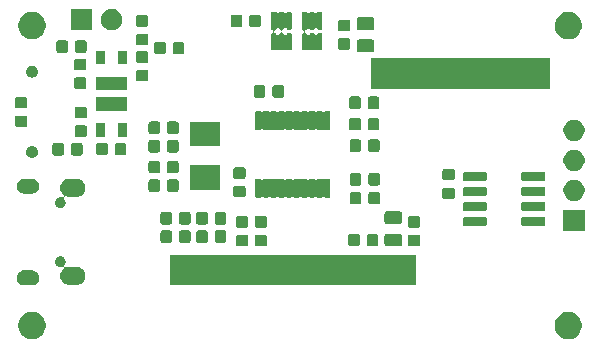
<source format=gbr>
G04 #@! TF.GenerationSoftware,KiCad,Pcbnew,(5.1.5)-2*
G04 #@! TF.CreationDate,2020-03-24T14:33:53+08:00*
G04 #@! TF.ProjectId,EV Meter,4556204d-6574-4657-922e-6b696361645f,rev?*
G04 #@! TF.SameCoordinates,Original*
G04 #@! TF.FileFunction,Soldermask,Bot*
G04 #@! TF.FilePolarity,Negative*
%FSLAX46Y46*%
G04 Gerber Fmt 4.6, Leading zero omitted, Abs format (unit mm)*
G04 Created by KiCad (PCBNEW (5.1.5)-2) date 2020-03-24 14:33:53*
%MOMM*%
%LPD*%
G04 APERTURE LIST*
%ADD10C,0.100000*%
G04 APERTURE END LIST*
D10*
G36*
X157480000Y-111887000D02*
G01*
X142367000Y-111887000D01*
X142367000Y-109347000D01*
X157480000Y-109347000D01*
X157480000Y-111887000D01*
G37*
X157480000Y-111887000D02*
X142367000Y-111887000D01*
X142367000Y-109347000D01*
X157480000Y-109347000D01*
X157480000Y-111887000D01*
G36*
X159324549Y-130871116D02*
G01*
X159435734Y-130893232D01*
X159645203Y-130979997D01*
X159833720Y-131105960D01*
X159994040Y-131266280D01*
X160120003Y-131454797D01*
X160206768Y-131664266D01*
X160251000Y-131886636D01*
X160251000Y-132113364D01*
X160206768Y-132335734D01*
X160120003Y-132545203D01*
X159994040Y-132733720D01*
X159833720Y-132894040D01*
X159645203Y-133020003D01*
X159435734Y-133106768D01*
X159324549Y-133128884D01*
X159213365Y-133151000D01*
X158986635Y-133151000D01*
X158875451Y-133128884D01*
X158764266Y-133106768D01*
X158554797Y-133020003D01*
X158366280Y-132894040D01*
X158205960Y-132733720D01*
X158079997Y-132545203D01*
X157993232Y-132335734D01*
X157949000Y-132113364D01*
X157949000Y-131886636D01*
X157993232Y-131664266D01*
X158079997Y-131454797D01*
X158205960Y-131266280D01*
X158366280Y-131105960D01*
X158554797Y-130979997D01*
X158764266Y-130893232D01*
X158875451Y-130871116D01*
X158986635Y-130849000D01*
X159213365Y-130849000D01*
X159324549Y-130871116D01*
G37*
G36*
X113924549Y-130871116D02*
G01*
X114035734Y-130893232D01*
X114245203Y-130979997D01*
X114433720Y-131105960D01*
X114594040Y-131266280D01*
X114720003Y-131454797D01*
X114806768Y-131664266D01*
X114851000Y-131886636D01*
X114851000Y-132113364D01*
X114806768Y-132335734D01*
X114720003Y-132545203D01*
X114594040Y-132733720D01*
X114433720Y-132894040D01*
X114245203Y-133020003D01*
X114035734Y-133106768D01*
X113924549Y-133128884D01*
X113813365Y-133151000D01*
X113586635Y-133151000D01*
X113475451Y-133128884D01*
X113364266Y-133106768D01*
X113154797Y-133020003D01*
X112966280Y-132894040D01*
X112805960Y-132733720D01*
X112679997Y-132545203D01*
X112593232Y-132335734D01*
X112549000Y-132113364D01*
X112549000Y-131886636D01*
X112593232Y-131664266D01*
X112679997Y-131454797D01*
X112805960Y-131266280D01*
X112966280Y-131105960D01*
X113154797Y-130979997D01*
X113364266Y-130893232D01*
X113475451Y-130871116D01*
X113586635Y-130849000D01*
X113813365Y-130849000D01*
X113924549Y-130871116D01*
G37*
G36*
X113797715Y-127337058D02*
G01*
X113893753Y-127366191D01*
X113908935Y-127370796D01*
X113915722Y-127372855D01*
X114024468Y-127430981D01*
X114119790Y-127509210D01*
X114198019Y-127604532D01*
X114256145Y-127713278D01*
X114291942Y-127831285D01*
X114304028Y-127954000D01*
X114291942Y-128076715D01*
X114256145Y-128194722D01*
X114198019Y-128303468D01*
X114119790Y-128398790D01*
X114024468Y-128477019D01*
X113915722Y-128535145D01*
X113797715Y-128570942D01*
X113705746Y-128580000D01*
X112994254Y-128580000D01*
X112902285Y-128570942D01*
X112784278Y-128535145D01*
X112675532Y-128477019D01*
X112580210Y-128398790D01*
X112501981Y-128303468D01*
X112443855Y-128194722D01*
X112408058Y-128076715D01*
X112395972Y-127954000D01*
X112408058Y-127831285D01*
X112443855Y-127713278D01*
X112501981Y-127604532D01*
X112580210Y-127509210D01*
X112675532Y-127430981D01*
X112784278Y-127372855D01*
X112791066Y-127370796D01*
X112806247Y-127366191D01*
X112902285Y-127337058D01*
X112994254Y-127328000D01*
X113705746Y-127328000D01*
X113797715Y-127337058D01*
G37*
G36*
X116231552Y-126145331D02*
G01*
X116313627Y-126179328D01*
X116313629Y-126179329D01*
X116350813Y-126204175D01*
X116387495Y-126228685D01*
X116450315Y-126291505D01*
X116499672Y-126365373D01*
X116533669Y-126447448D01*
X116551000Y-126534579D01*
X116551000Y-126623421D01*
X116533669Y-126710552D01*
X116499672Y-126792627D01*
X116450315Y-126866495D01*
X116434762Y-126882048D01*
X116419217Y-126900990D01*
X116407666Y-126922601D01*
X116400553Y-126946050D01*
X116398151Y-126970436D01*
X116400553Y-126994822D01*
X116407666Y-127018271D01*
X116419217Y-127039882D01*
X116434762Y-127058824D01*
X116453704Y-127074369D01*
X116475315Y-127085920D01*
X116498764Y-127093033D01*
X116523150Y-127095435D01*
X116547536Y-127093033D01*
X116570985Y-127085920D01*
X116574614Y-127084204D01*
X116576600Y-127083602D01*
X116576601Y-127083601D01*
X116620901Y-127070163D01*
X116722879Y-127039228D01*
X116836882Y-127028000D01*
X117463118Y-127028000D01*
X117577121Y-127039228D01*
X117723402Y-127083602D01*
X117858204Y-127155655D01*
X117858207Y-127155657D01*
X117858208Y-127155658D01*
X117943568Y-127225712D01*
X117976369Y-127252631D01*
X118073345Y-127370796D01*
X118145398Y-127505598D01*
X118189772Y-127651879D01*
X118204754Y-127804000D01*
X118189772Y-127956121D01*
X118145398Y-128102402D01*
X118073345Y-128237204D01*
X118073343Y-128237207D01*
X118073342Y-128237208D01*
X117976369Y-128355369D01*
X117858204Y-128452345D01*
X117723402Y-128524398D01*
X117577121Y-128568772D01*
X117463118Y-128580000D01*
X116836882Y-128580000D01*
X116722879Y-128568772D01*
X116576598Y-128524398D01*
X116441796Y-128452345D01*
X116323631Y-128355369D01*
X116226658Y-128237208D01*
X116226657Y-128237207D01*
X116226655Y-128237204D01*
X116154602Y-128102402D01*
X116110228Y-127956121D01*
X116095246Y-127804000D01*
X116110228Y-127651879D01*
X116154602Y-127505598D01*
X116226655Y-127370796D01*
X116323633Y-127252628D01*
X116356430Y-127225712D01*
X116373757Y-127208385D01*
X116387370Y-127188011D01*
X116396748Y-127165372D01*
X116401528Y-127141339D01*
X116401528Y-127116835D01*
X116396748Y-127092801D01*
X116387370Y-127070163D01*
X116373756Y-127049788D01*
X116356429Y-127032461D01*
X116336055Y-127018848D01*
X116313416Y-127009470D01*
X116289383Y-127004690D01*
X116264879Y-127004690D01*
X116240845Y-127009470D01*
X116232351Y-127012510D01*
X116144421Y-127030000D01*
X116055579Y-127030000D01*
X115968448Y-127012669D01*
X115886373Y-126978672D01*
X115886372Y-126978672D01*
X115886371Y-126978671D01*
X115812504Y-126929314D01*
X115749686Y-126866496D01*
X115700329Y-126792629D01*
X115700328Y-126792627D01*
X115666331Y-126710552D01*
X115649000Y-126623421D01*
X115649000Y-126534579D01*
X115666331Y-126447448D01*
X115700328Y-126365373D01*
X115749685Y-126291505D01*
X115812505Y-126228685D01*
X115849187Y-126204175D01*
X115886371Y-126179329D01*
X115886373Y-126179328D01*
X115968448Y-126145331D01*
X116055579Y-126128000D01*
X116144421Y-126128000D01*
X116231552Y-126145331D01*
G37*
G36*
X146191000Y-128538800D02*
G01*
X125389000Y-128538800D01*
X125389000Y-126036800D01*
X146191000Y-126036800D01*
X146191000Y-128538800D01*
G37*
G36*
X142882591Y-124253085D02*
G01*
X142916569Y-124263393D01*
X142947890Y-124280134D01*
X142975339Y-124302661D01*
X142997866Y-124330110D01*
X143014607Y-124361431D01*
X143024915Y-124395409D01*
X143029000Y-124436890D01*
X143029000Y-125113110D01*
X143024915Y-125154591D01*
X143014607Y-125188569D01*
X142997866Y-125219890D01*
X142975339Y-125247339D01*
X142947890Y-125269866D01*
X142916569Y-125286607D01*
X142882591Y-125296915D01*
X142841110Y-125301000D01*
X142239890Y-125301000D01*
X142198409Y-125296915D01*
X142164431Y-125286607D01*
X142133110Y-125269866D01*
X142105661Y-125247339D01*
X142083134Y-125219890D01*
X142066393Y-125188569D01*
X142056085Y-125154591D01*
X142052000Y-125113110D01*
X142052000Y-124436890D01*
X142056085Y-124395409D01*
X142066393Y-124361431D01*
X142083134Y-124330110D01*
X142105661Y-124302661D01*
X142133110Y-124280134D01*
X142164431Y-124263393D01*
X142198409Y-124253085D01*
X142239890Y-124249000D01*
X142841110Y-124249000D01*
X142882591Y-124253085D01*
G37*
G36*
X141307591Y-124253085D02*
G01*
X141341569Y-124263393D01*
X141372890Y-124280134D01*
X141400339Y-124302661D01*
X141422866Y-124330110D01*
X141439607Y-124361431D01*
X141449915Y-124395409D01*
X141454000Y-124436890D01*
X141454000Y-125113110D01*
X141449915Y-125154591D01*
X141439607Y-125188569D01*
X141422866Y-125219890D01*
X141400339Y-125247339D01*
X141372890Y-125269866D01*
X141341569Y-125286607D01*
X141307591Y-125296915D01*
X141266110Y-125301000D01*
X140664890Y-125301000D01*
X140623409Y-125296915D01*
X140589431Y-125286607D01*
X140558110Y-125269866D01*
X140530661Y-125247339D01*
X140508134Y-125219890D01*
X140491393Y-125188569D01*
X140481085Y-125154591D01*
X140477000Y-125113110D01*
X140477000Y-124436890D01*
X140481085Y-124395409D01*
X140491393Y-124361431D01*
X140508134Y-124330110D01*
X140530661Y-124302661D01*
X140558110Y-124280134D01*
X140589431Y-124263393D01*
X140623409Y-124253085D01*
X140664890Y-124249000D01*
X141266110Y-124249000D01*
X141307591Y-124253085D01*
G37*
G36*
X131870991Y-124316085D02*
G01*
X131904969Y-124326393D01*
X131936290Y-124343134D01*
X131963739Y-124365661D01*
X131986266Y-124393110D01*
X132003007Y-124424431D01*
X132013315Y-124458409D01*
X132017400Y-124499890D01*
X132017400Y-125101110D01*
X132013315Y-125142591D01*
X132003007Y-125176569D01*
X131986266Y-125207890D01*
X131963739Y-125235339D01*
X131936290Y-125257866D01*
X131904969Y-125274607D01*
X131870991Y-125284915D01*
X131829510Y-125289000D01*
X131153290Y-125289000D01*
X131111809Y-125284915D01*
X131077831Y-125274607D01*
X131046510Y-125257866D01*
X131019061Y-125235339D01*
X130996534Y-125207890D01*
X130979793Y-125176569D01*
X130969485Y-125142591D01*
X130965400Y-125101110D01*
X130965400Y-124499890D01*
X130969485Y-124458409D01*
X130979793Y-124424431D01*
X130996534Y-124393110D01*
X131019061Y-124365661D01*
X131046510Y-124343134D01*
X131077831Y-124326393D01*
X131111809Y-124316085D01*
X131153290Y-124312000D01*
X131829510Y-124312000D01*
X131870991Y-124316085D01*
G37*
G36*
X133445791Y-124316085D02*
G01*
X133479769Y-124326393D01*
X133511090Y-124343134D01*
X133538539Y-124365661D01*
X133561066Y-124393110D01*
X133577807Y-124424431D01*
X133588115Y-124458409D01*
X133592200Y-124499890D01*
X133592200Y-125101110D01*
X133588115Y-125142591D01*
X133577807Y-125176569D01*
X133561066Y-125207890D01*
X133538539Y-125235339D01*
X133511090Y-125257866D01*
X133479769Y-125274607D01*
X133445791Y-125284915D01*
X133404310Y-125289000D01*
X132728090Y-125289000D01*
X132686609Y-125284915D01*
X132652631Y-125274607D01*
X132621310Y-125257866D01*
X132593861Y-125235339D01*
X132571334Y-125207890D01*
X132554593Y-125176569D01*
X132544285Y-125142591D01*
X132540200Y-125101110D01*
X132540200Y-124499890D01*
X132544285Y-124458409D01*
X132554593Y-124424431D01*
X132571334Y-124393110D01*
X132593861Y-124365661D01*
X132621310Y-124343134D01*
X132652631Y-124326393D01*
X132686609Y-124316085D01*
X132728090Y-124312000D01*
X133404310Y-124312000D01*
X133445791Y-124316085D01*
G37*
G36*
X146425191Y-124316085D02*
G01*
X146459169Y-124326393D01*
X146490490Y-124343134D01*
X146517939Y-124365661D01*
X146540466Y-124393110D01*
X146557207Y-124424431D01*
X146567515Y-124458409D01*
X146571600Y-124499890D01*
X146571600Y-125101110D01*
X146567515Y-125142591D01*
X146557207Y-125176569D01*
X146540466Y-125207890D01*
X146517939Y-125235339D01*
X146490490Y-125257866D01*
X146459169Y-125274607D01*
X146425191Y-125284915D01*
X146383710Y-125289000D01*
X145707490Y-125289000D01*
X145666009Y-125284915D01*
X145632031Y-125274607D01*
X145600710Y-125257866D01*
X145573261Y-125235339D01*
X145550734Y-125207890D01*
X145533993Y-125176569D01*
X145523685Y-125142591D01*
X145519600Y-125101110D01*
X145519600Y-124499890D01*
X145523685Y-124458409D01*
X145533993Y-124424431D01*
X145550734Y-124393110D01*
X145573261Y-124365661D01*
X145600710Y-124343134D01*
X145632031Y-124326393D01*
X145666009Y-124316085D01*
X145707490Y-124312000D01*
X146383710Y-124312000D01*
X146425191Y-124316085D01*
G37*
G36*
X144877468Y-124213365D02*
G01*
X144916138Y-124225096D01*
X144951777Y-124244146D01*
X144983017Y-124269783D01*
X145008654Y-124301023D01*
X145027704Y-124336662D01*
X145039435Y-124375332D01*
X145044000Y-124421688D01*
X145044000Y-125072912D01*
X145039435Y-125119268D01*
X145027704Y-125157938D01*
X145008654Y-125193577D01*
X144983017Y-125224817D01*
X144951777Y-125250454D01*
X144916138Y-125269504D01*
X144877468Y-125281235D01*
X144831112Y-125285800D01*
X143754888Y-125285800D01*
X143708532Y-125281235D01*
X143669862Y-125269504D01*
X143634223Y-125250454D01*
X143602983Y-125224817D01*
X143577346Y-125193577D01*
X143558296Y-125157938D01*
X143546565Y-125119268D01*
X143542000Y-125072912D01*
X143542000Y-124421688D01*
X143546565Y-124375332D01*
X143558296Y-124336662D01*
X143577346Y-124301023D01*
X143602983Y-124269783D01*
X143634223Y-124244146D01*
X143669862Y-124225096D01*
X143708532Y-124213365D01*
X143754888Y-124208800D01*
X144831112Y-124208800D01*
X144877468Y-124213365D01*
G37*
G36*
X130004791Y-123948285D02*
G01*
X130038769Y-123958593D01*
X130070090Y-123975334D01*
X130097539Y-123997861D01*
X130120066Y-124025310D01*
X130136807Y-124056631D01*
X130147115Y-124090609D01*
X130151200Y-124132090D01*
X130151200Y-124808310D01*
X130147115Y-124849791D01*
X130136807Y-124883769D01*
X130120066Y-124915090D01*
X130097539Y-124942539D01*
X130070090Y-124965066D01*
X130038769Y-124981807D01*
X130004791Y-124992115D01*
X129963310Y-124996200D01*
X129362090Y-124996200D01*
X129320609Y-124992115D01*
X129286631Y-124981807D01*
X129255310Y-124965066D01*
X129227861Y-124942539D01*
X129205334Y-124915090D01*
X129188593Y-124883769D01*
X129178285Y-124849791D01*
X129174200Y-124808310D01*
X129174200Y-124132090D01*
X129178285Y-124090609D01*
X129188593Y-124056631D01*
X129205334Y-124025310D01*
X129227861Y-123997861D01*
X129255310Y-123975334D01*
X129286631Y-123958593D01*
X129320609Y-123948285D01*
X129362090Y-123944200D01*
X129963310Y-123944200D01*
X130004791Y-123948285D01*
G37*
G36*
X126982191Y-123948285D02*
G01*
X127016169Y-123958593D01*
X127047490Y-123975334D01*
X127074939Y-123997861D01*
X127097466Y-124025310D01*
X127114207Y-124056631D01*
X127124515Y-124090609D01*
X127128600Y-124132090D01*
X127128600Y-124808310D01*
X127124515Y-124849791D01*
X127114207Y-124883769D01*
X127097466Y-124915090D01*
X127074939Y-124942539D01*
X127047490Y-124965066D01*
X127016169Y-124981807D01*
X126982191Y-124992115D01*
X126940710Y-124996200D01*
X126339490Y-124996200D01*
X126298009Y-124992115D01*
X126264031Y-124981807D01*
X126232710Y-124965066D01*
X126205261Y-124942539D01*
X126182734Y-124915090D01*
X126165993Y-124883769D01*
X126155685Y-124849791D01*
X126151600Y-124808310D01*
X126151600Y-124132090D01*
X126155685Y-124090609D01*
X126165993Y-124056631D01*
X126182734Y-124025310D01*
X126205261Y-123997861D01*
X126232710Y-123975334D01*
X126264031Y-123958593D01*
X126298009Y-123948285D01*
X126339490Y-123944200D01*
X126940710Y-123944200D01*
X126982191Y-123948285D01*
G37*
G36*
X128429791Y-123948285D02*
G01*
X128463769Y-123958593D01*
X128495090Y-123975334D01*
X128522539Y-123997861D01*
X128545066Y-124025310D01*
X128561807Y-124056631D01*
X128572115Y-124090609D01*
X128576200Y-124132090D01*
X128576200Y-124808310D01*
X128572115Y-124849791D01*
X128561807Y-124883769D01*
X128545066Y-124915090D01*
X128522539Y-124942539D01*
X128495090Y-124965066D01*
X128463769Y-124981807D01*
X128429791Y-124992115D01*
X128388310Y-124996200D01*
X127787090Y-124996200D01*
X127745609Y-124992115D01*
X127711631Y-124981807D01*
X127680310Y-124965066D01*
X127652861Y-124942539D01*
X127630334Y-124915090D01*
X127613593Y-124883769D01*
X127603285Y-124849791D01*
X127599200Y-124808310D01*
X127599200Y-124132090D01*
X127603285Y-124090609D01*
X127613593Y-124056631D01*
X127630334Y-124025310D01*
X127652861Y-123997861D01*
X127680310Y-123975334D01*
X127711631Y-123958593D01*
X127745609Y-123948285D01*
X127787090Y-123944200D01*
X128388310Y-123944200D01*
X128429791Y-123948285D01*
G37*
G36*
X125407191Y-123948285D02*
G01*
X125441169Y-123958593D01*
X125472490Y-123975334D01*
X125499939Y-123997861D01*
X125522466Y-124025310D01*
X125539207Y-124056631D01*
X125549515Y-124090609D01*
X125553600Y-124132090D01*
X125553600Y-124808310D01*
X125549515Y-124849791D01*
X125539207Y-124883769D01*
X125522466Y-124915090D01*
X125499939Y-124942539D01*
X125472490Y-124965066D01*
X125441169Y-124981807D01*
X125407191Y-124992115D01*
X125365710Y-124996200D01*
X124764490Y-124996200D01*
X124723009Y-124992115D01*
X124689031Y-124981807D01*
X124657710Y-124965066D01*
X124630261Y-124942539D01*
X124607734Y-124915090D01*
X124590993Y-124883769D01*
X124580685Y-124849791D01*
X124576600Y-124808310D01*
X124576600Y-124132090D01*
X124580685Y-124090609D01*
X124590993Y-124056631D01*
X124607734Y-124025310D01*
X124630261Y-123997861D01*
X124657710Y-123975334D01*
X124689031Y-123958593D01*
X124723009Y-123948285D01*
X124764490Y-123944200D01*
X125365710Y-123944200D01*
X125407191Y-123948285D01*
G37*
G36*
X160484800Y-123999600D02*
G01*
X158682800Y-123999600D01*
X158682800Y-122197600D01*
X160484800Y-122197600D01*
X160484800Y-123999600D01*
G37*
G36*
X133445791Y-122741085D02*
G01*
X133479769Y-122751393D01*
X133511090Y-122768134D01*
X133538539Y-122790661D01*
X133561066Y-122818110D01*
X133577807Y-122849431D01*
X133588115Y-122883409D01*
X133592200Y-122924890D01*
X133592200Y-123526110D01*
X133588115Y-123567591D01*
X133577807Y-123601569D01*
X133561066Y-123632890D01*
X133538539Y-123660339D01*
X133511090Y-123682866D01*
X133479769Y-123699607D01*
X133445791Y-123709915D01*
X133404310Y-123714000D01*
X132728090Y-123714000D01*
X132686609Y-123709915D01*
X132652631Y-123699607D01*
X132621310Y-123682866D01*
X132593861Y-123660339D01*
X132571334Y-123632890D01*
X132554593Y-123601569D01*
X132544285Y-123567591D01*
X132540200Y-123526110D01*
X132540200Y-122924890D01*
X132544285Y-122883409D01*
X132554593Y-122849431D01*
X132571334Y-122818110D01*
X132593861Y-122790661D01*
X132621310Y-122768134D01*
X132652631Y-122751393D01*
X132686609Y-122741085D01*
X132728090Y-122737000D01*
X133404310Y-122737000D01*
X133445791Y-122741085D01*
G37*
G36*
X131870991Y-122741085D02*
G01*
X131904969Y-122751393D01*
X131936290Y-122768134D01*
X131963739Y-122790661D01*
X131986266Y-122818110D01*
X132003007Y-122849431D01*
X132013315Y-122883409D01*
X132017400Y-122924890D01*
X132017400Y-123526110D01*
X132013315Y-123567591D01*
X132003007Y-123601569D01*
X131986266Y-123632890D01*
X131963739Y-123660339D01*
X131936290Y-123682866D01*
X131904969Y-123699607D01*
X131870991Y-123709915D01*
X131829510Y-123714000D01*
X131153290Y-123714000D01*
X131111809Y-123709915D01*
X131077831Y-123699607D01*
X131046510Y-123682866D01*
X131019061Y-123660339D01*
X130996534Y-123632890D01*
X130979793Y-123601569D01*
X130969485Y-123567591D01*
X130965400Y-123526110D01*
X130965400Y-122924890D01*
X130969485Y-122883409D01*
X130979793Y-122849431D01*
X130996534Y-122818110D01*
X131019061Y-122790661D01*
X131046510Y-122768134D01*
X131077831Y-122751393D01*
X131111809Y-122741085D01*
X131153290Y-122737000D01*
X131829510Y-122737000D01*
X131870991Y-122741085D01*
G37*
G36*
X146425191Y-122741085D02*
G01*
X146459169Y-122751393D01*
X146490490Y-122768134D01*
X146517939Y-122790661D01*
X146540466Y-122818110D01*
X146557207Y-122849431D01*
X146567515Y-122883409D01*
X146571600Y-122924890D01*
X146571600Y-123526110D01*
X146567515Y-123567591D01*
X146557207Y-123601569D01*
X146540466Y-123632890D01*
X146517939Y-123660339D01*
X146490490Y-123682866D01*
X146459169Y-123699607D01*
X146425191Y-123709915D01*
X146383710Y-123714000D01*
X145707490Y-123714000D01*
X145666009Y-123709915D01*
X145632031Y-123699607D01*
X145600710Y-123682866D01*
X145573261Y-123660339D01*
X145550734Y-123632890D01*
X145533993Y-123601569D01*
X145523685Y-123567591D01*
X145519600Y-123526110D01*
X145519600Y-122924890D01*
X145523685Y-122883409D01*
X145533993Y-122849431D01*
X145550734Y-122818110D01*
X145573261Y-122790661D01*
X145600710Y-122768134D01*
X145632031Y-122751393D01*
X145666009Y-122741085D01*
X145707490Y-122737000D01*
X146383710Y-122737000D01*
X146425191Y-122741085D01*
G37*
G36*
X157079928Y-122841764D02*
G01*
X157101009Y-122848160D01*
X157120445Y-122858548D01*
X157137476Y-122872524D01*
X157151452Y-122889555D01*
X157161840Y-122908991D01*
X157168236Y-122930072D01*
X157171000Y-122958140D01*
X157171000Y-123421860D01*
X157168236Y-123449928D01*
X157161840Y-123471009D01*
X157151452Y-123490445D01*
X157137476Y-123507476D01*
X157120445Y-123521452D01*
X157101009Y-123531840D01*
X157079928Y-123538236D01*
X157051860Y-123541000D01*
X155238140Y-123541000D01*
X155210072Y-123538236D01*
X155188991Y-123531840D01*
X155169555Y-123521452D01*
X155152524Y-123507476D01*
X155138548Y-123490445D01*
X155128160Y-123471009D01*
X155121764Y-123449928D01*
X155119000Y-123421860D01*
X155119000Y-122958140D01*
X155121764Y-122930072D01*
X155128160Y-122908991D01*
X155138548Y-122889555D01*
X155152524Y-122872524D01*
X155169555Y-122858548D01*
X155188991Y-122848160D01*
X155210072Y-122841764D01*
X155238140Y-122839000D01*
X157051860Y-122839000D01*
X157079928Y-122841764D01*
G37*
G36*
X152129928Y-122841764D02*
G01*
X152151009Y-122848160D01*
X152170445Y-122858548D01*
X152187476Y-122872524D01*
X152201452Y-122889555D01*
X152211840Y-122908991D01*
X152218236Y-122930072D01*
X152221000Y-122958140D01*
X152221000Y-123421860D01*
X152218236Y-123449928D01*
X152211840Y-123471009D01*
X152201452Y-123490445D01*
X152187476Y-123507476D01*
X152170445Y-123521452D01*
X152151009Y-123531840D01*
X152129928Y-123538236D01*
X152101860Y-123541000D01*
X150288140Y-123541000D01*
X150260072Y-123538236D01*
X150238991Y-123531840D01*
X150219555Y-123521452D01*
X150202524Y-123507476D01*
X150188548Y-123490445D01*
X150178160Y-123471009D01*
X150171764Y-123449928D01*
X150169000Y-123421860D01*
X150169000Y-122958140D01*
X150171764Y-122930072D01*
X150178160Y-122908991D01*
X150188548Y-122889555D01*
X150202524Y-122872524D01*
X150219555Y-122858548D01*
X150238991Y-122848160D01*
X150260072Y-122841764D01*
X150288140Y-122839000D01*
X152101860Y-122839000D01*
X152129928Y-122841764D01*
G37*
G36*
X128429791Y-122398885D02*
G01*
X128463769Y-122409193D01*
X128495090Y-122425934D01*
X128522539Y-122448461D01*
X128545066Y-122475910D01*
X128561807Y-122507231D01*
X128572115Y-122541209D01*
X128576200Y-122582690D01*
X128576200Y-123258910D01*
X128572115Y-123300391D01*
X128561807Y-123334369D01*
X128545066Y-123365690D01*
X128522539Y-123393139D01*
X128495090Y-123415666D01*
X128463769Y-123432407D01*
X128429791Y-123442715D01*
X128388310Y-123446800D01*
X127787090Y-123446800D01*
X127745609Y-123442715D01*
X127711631Y-123432407D01*
X127680310Y-123415666D01*
X127652861Y-123393139D01*
X127630334Y-123365690D01*
X127613593Y-123334369D01*
X127603285Y-123300391D01*
X127599200Y-123258910D01*
X127599200Y-122582690D01*
X127603285Y-122541209D01*
X127613593Y-122507231D01*
X127630334Y-122475910D01*
X127652861Y-122448461D01*
X127680310Y-122425934D01*
X127711631Y-122409193D01*
X127745609Y-122398885D01*
X127787090Y-122394800D01*
X128388310Y-122394800D01*
X128429791Y-122398885D01*
G37*
G36*
X126982191Y-122398885D02*
G01*
X127016169Y-122409193D01*
X127047490Y-122425934D01*
X127074939Y-122448461D01*
X127097466Y-122475910D01*
X127114207Y-122507231D01*
X127124515Y-122541209D01*
X127128600Y-122582690D01*
X127128600Y-123258910D01*
X127124515Y-123300391D01*
X127114207Y-123334369D01*
X127097466Y-123365690D01*
X127074939Y-123393139D01*
X127047490Y-123415666D01*
X127016169Y-123432407D01*
X126982191Y-123442715D01*
X126940710Y-123446800D01*
X126339490Y-123446800D01*
X126298009Y-123442715D01*
X126264031Y-123432407D01*
X126232710Y-123415666D01*
X126205261Y-123393139D01*
X126182734Y-123365690D01*
X126165993Y-123334369D01*
X126155685Y-123300391D01*
X126151600Y-123258910D01*
X126151600Y-122582690D01*
X126155685Y-122541209D01*
X126165993Y-122507231D01*
X126182734Y-122475910D01*
X126205261Y-122448461D01*
X126232710Y-122425934D01*
X126264031Y-122409193D01*
X126298009Y-122398885D01*
X126339490Y-122394800D01*
X126940710Y-122394800D01*
X126982191Y-122398885D01*
G37*
G36*
X130004791Y-122398885D02*
G01*
X130038769Y-122409193D01*
X130070090Y-122425934D01*
X130097539Y-122448461D01*
X130120066Y-122475910D01*
X130136807Y-122507231D01*
X130147115Y-122541209D01*
X130151200Y-122582690D01*
X130151200Y-123258910D01*
X130147115Y-123300391D01*
X130136807Y-123334369D01*
X130120066Y-123365690D01*
X130097539Y-123393139D01*
X130070090Y-123415666D01*
X130038769Y-123432407D01*
X130004791Y-123442715D01*
X129963310Y-123446800D01*
X129362090Y-123446800D01*
X129320609Y-123442715D01*
X129286631Y-123432407D01*
X129255310Y-123415666D01*
X129227861Y-123393139D01*
X129205334Y-123365690D01*
X129188593Y-123334369D01*
X129178285Y-123300391D01*
X129174200Y-123258910D01*
X129174200Y-122582690D01*
X129178285Y-122541209D01*
X129188593Y-122507231D01*
X129205334Y-122475910D01*
X129227861Y-122448461D01*
X129255310Y-122425934D01*
X129286631Y-122409193D01*
X129320609Y-122398885D01*
X129362090Y-122394800D01*
X129963310Y-122394800D01*
X130004791Y-122398885D01*
G37*
G36*
X125407191Y-122398885D02*
G01*
X125441169Y-122409193D01*
X125472490Y-122425934D01*
X125499939Y-122448461D01*
X125522466Y-122475910D01*
X125539207Y-122507231D01*
X125549515Y-122541209D01*
X125553600Y-122582690D01*
X125553600Y-123258910D01*
X125549515Y-123300391D01*
X125539207Y-123334369D01*
X125522466Y-123365690D01*
X125499939Y-123393139D01*
X125472490Y-123415666D01*
X125441169Y-123432407D01*
X125407191Y-123442715D01*
X125365710Y-123446800D01*
X124764490Y-123446800D01*
X124723009Y-123442715D01*
X124689031Y-123432407D01*
X124657710Y-123415666D01*
X124630261Y-123393139D01*
X124607734Y-123365690D01*
X124590993Y-123334369D01*
X124580685Y-123300391D01*
X124576600Y-123258910D01*
X124576600Y-122582690D01*
X124580685Y-122541209D01*
X124590993Y-122507231D01*
X124607734Y-122475910D01*
X124630261Y-122448461D01*
X124657710Y-122425934D01*
X124689031Y-122409193D01*
X124723009Y-122398885D01*
X124764490Y-122394800D01*
X125365710Y-122394800D01*
X125407191Y-122398885D01*
G37*
G36*
X144877468Y-122338365D02*
G01*
X144916138Y-122350096D01*
X144951777Y-122369146D01*
X144983017Y-122394783D01*
X145008654Y-122426023D01*
X145027704Y-122461662D01*
X145039435Y-122500332D01*
X145044000Y-122546688D01*
X145044000Y-123197912D01*
X145039435Y-123244268D01*
X145027704Y-123282938D01*
X145008654Y-123318577D01*
X144983017Y-123349817D01*
X144951777Y-123375454D01*
X144916138Y-123394504D01*
X144877468Y-123406235D01*
X144831112Y-123410800D01*
X143754888Y-123410800D01*
X143708532Y-123406235D01*
X143669862Y-123394504D01*
X143634223Y-123375454D01*
X143602983Y-123349817D01*
X143577346Y-123318577D01*
X143558296Y-123282938D01*
X143546565Y-123244268D01*
X143542000Y-123197912D01*
X143542000Y-122546688D01*
X143546565Y-122500332D01*
X143558296Y-122461662D01*
X143577346Y-122426023D01*
X143602983Y-122394783D01*
X143634223Y-122369146D01*
X143669862Y-122350096D01*
X143708532Y-122338365D01*
X143754888Y-122333800D01*
X144831112Y-122333800D01*
X144877468Y-122338365D01*
G37*
G36*
X152129928Y-121571764D02*
G01*
X152151009Y-121578160D01*
X152170445Y-121588548D01*
X152187476Y-121602524D01*
X152201452Y-121619555D01*
X152211840Y-121638991D01*
X152218236Y-121660072D01*
X152221000Y-121688140D01*
X152221000Y-122151860D01*
X152218236Y-122179928D01*
X152211840Y-122201009D01*
X152201452Y-122220445D01*
X152187476Y-122237476D01*
X152170445Y-122251452D01*
X152151009Y-122261840D01*
X152129928Y-122268236D01*
X152101860Y-122271000D01*
X150288140Y-122271000D01*
X150260072Y-122268236D01*
X150238991Y-122261840D01*
X150219555Y-122251452D01*
X150202524Y-122237476D01*
X150188548Y-122220445D01*
X150178160Y-122201009D01*
X150171764Y-122179928D01*
X150169000Y-122151860D01*
X150169000Y-121688140D01*
X150171764Y-121660072D01*
X150178160Y-121638991D01*
X150188548Y-121619555D01*
X150202524Y-121602524D01*
X150219555Y-121588548D01*
X150238991Y-121578160D01*
X150260072Y-121571764D01*
X150288140Y-121569000D01*
X152101860Y-121569000D01*
X152129928Y-121571764D01*
G37*
G36*
X157079928Y-121571764D02*
G01*
X157101009Y-121578160D01*
X157120445Y-121588548D01*
X157137476Y-121602524D01*
X157151452Y-121619555D01*
X157161840Y-121638991D01*
X157168236Y-121660072D01*
X157171000Y-121688140D01*
X157171000Y-122151860D01*
X157168236Y-122179928D01*
X157161840Y-122201009D01*
X157151452Y-122220445D01*
X157137476Y-122237476D01*
X157120445Y-122251452D01*
X157101009Y-122261840D01*
X157079928Y-122268236D01*
X157051860Y-122271000D01*
X155238140Y-122271000D01*
X155210072Y-122268236D01*
X155188991Y-122261840D01*
X155169555Y-122251452D01*
X155152524Y-122237476D01*
X155138548Y-122220445D01*
X155128160Y-122201009D01*
X155121764Y-122179928D01*
X155119000Y-122151860D01*
X155119000Y-121688140D01*
X155121764Y-121660072D01*
X155128160Y-121638991D01*
X155138548Y-121619555D01*
X155152524Y-121602524D01*
X155169555Y-121588548D01*
X155188991Y-121578160D01*
X155210072Y-121571764D01*
X155238140Y-121569000D01*
X157051860Y-121569000D01*
X157079928Y-121571764D01*
G37*
G36*
X117577121Y-119589228D02*
G01*
X117723402Y-119633602D01*
X117858204Y-119705655D01*
X117858207Y-119705657D01*
X117858208Y-119705658D01*
X117976369Y-119802631D01*
X118056730Y-119900550D01*
X118073345Y-119920796D01*
X118145398Y-120055598D01*
X118189772Y-120201879D01*
X118204754Y-120354000D01*
X118189772Y-120506121D01*
X118145398Y-120652402D01*
X118073345Y-120787204D01*
X118073343Y-120787207D01*
X118073342Y-120787208D01*
X117976369Y-120905369D01*
X117871005Y-120991840D01*
X117858204Y-121002345D01*
X117723402Y-121074398D01*
X117577121Y-121118772D01*
X117463118Y-121130000D01*
X116836882Y-121130000D01*
X116722879Y-121118772D01*
X116570664Y-121072598D01*
X116559439Y-121067948D01*
X116535405Y-121063167D01*
X116510901Y-121063167D01*
X116486868Y-121067946D01*
X116464229Y-121077323D01*
X116443854Y-121090936D01*
X116426527Y-121108263D01*
X116412912Y-121128637D01*
X116403534Y-121151275D01*
X116398753Y-121175309D01*
X116398753Y-121199813D01*
X116403532Y-121223846D01*
X116412909Y-121246485D01*
X116426522Y-121266860D01*
X116434762Y-121275952D01*
X116450315Y-121291505D01*
X116499672Y-121365373D01*
X116533669Y-121447448D01*
X116551000Y-121534579D01*
X116551000Y-121623421D01*
X116533669Y-121710552D01*
X116499672Y-121792627D01*
X116499671Y-121792629D01*
X116450314Y-121866496D01*
X116387496Y-121929314D01*
X116313629Y-121978671D01*
X116313628Y-121978672D01*
X116313627Y-121978672D01*
X116231552Y-122012669D01*
X116144421Y-122030000D01*
X116055579Y-122030000D01*
X115968448Y-122012669D01*
X115886373Y-121978672D01*
X115886372Y-121978672D01*
X115886371Y-121978671D01*
X115812504Y-121929314D01*
X115749686Y-121866496D01*
X115700329Y-121792629D01*
X115700328Y-121792627D01*
X115666331Y-121710552D01*
X115649000Y-121623421D01*
X115649000Y-121534579D01*
X115666331Y-121447448D01*
X115700328Y-121365373D01*
X115749685Y-121291505D01*
X115812505Y-121228685D01*
X115855715Y-121199813D01*
X115886371Y-121179329D01*
X115886373Y-121179328D01*
X115968448Y-121145331D01*
X116055579Y-121128000D01*
X116144421Y-121128000D01*
X116233946Y-121145807D01*
X116252743Y-121151510D01*
X116277129Y-121153912D01*
X116301515Y-121151511D01*
X116324964Y-121144398D01*
X116346575Y-121132847D01*
X116365517Y-121117302D01*
X116381063Y-121098361D01*
X116392614Y-121076750D01*
X116399728Y-121053301D01*
X116402130Y-121028915D01*
X116399729Y-121004529D01*
X116392616Y-120981080D01*
X116381065Y-120959469D01*
X116365520Y-120940527D01*
X116356430Y-120932288D01*
X116323633Y-120905372D01*
X116254342Y-120820941D01*
X116226658Y-120787208D01*
X116226657Y-120787207D01*
X116226655Y-120787204D01*
X116154602Y-120652402D01*
X116110228Y-120506121D01*
X116095246Y-120354000D01*
X116110228Y-120201879D01*
X116154602Y-120055598D01*
X116226655Y-119920796D01*
X116243271Y-119900550D01*
X116323631Y-119802631D01*
X116441792Y-119705658D01*
X116441793Y-119705657D01*
X116441796Y-119705655D01*
X116576598Y-119633602D01*
X116722879Y-119589228D01*
X116836882Y-119578000D01*
X117463118Y-119578000D01*
X117577121Y-119589228D01*
G37*
G36*
X143009591Y-120697085D02*
G01*
X143043569Y-120707393D01*
X143074890Y-120724134D01*
X143102339Y-120746661D01*
X143124866Y-120774110D01*
X143141607Y-120805431D01*
X143151915Y-120839409D01*
X143156000Y-120880890D01*
X143156000Y-121557110D01*
X143151915Y-121598591D01*
X143141607Y-121632569D01*
X143124866Y-121663890D01*
X143102339Y-121691339D01*
X143074890Y-121713866D01*
X143043569Y-121730607D01*
X143009591Y-121740915D01*
X142968110Y-121745000D01*
X142366890Y-121745000D01*
X142325409Y-121740915D01*
X142291431Y-121730607D01*
X142260110Y-121713866D01*
X142232661Y-121691339D01*
X142210134Y-121663890D01*
X142193393Y-121632569D01*
X142183085Y-121598591D01*
X142179000Y-121557110D01*
X142179000Y-120880890D01*
X142183085Y-120839409D01*
X142193393Y-120805431D01*
X142210134Y-120774110D01*
X142232661Y-120746661D01*
X142260110Y-120724134D01*
X142291431Y-120707393D01*
X142325409Y-120697085D01*
X142366890Y-120693000D01*
X142968110Y-120693000D01*
X143009591Y-120697085D01*
G37*
G36*
X141434591Y-120697085D02*
G01*
X141468569Y-120707393D01*
X141499890Y-120724134D01*
X141527339Y-120746661D01*
X141549866Y-120774110D01*
X141566607Y-120805431D01*
X141576915Y-120839409D01*
X141581000Y-120880890D01*
X141581000Y-121557110D01*
X141576915Y-121598591D01*
X141566607Y-121632569D01*
X141549866Y-121663890D01*
X141527339Y-121691339D01*
X141499890Y-121713866D01*
X141468569Y-121730607D01*
X141434591Y-121740915D01*
X141393110Y-121745000D01*
X140791890Y-121745000D01*
X140750409Y-121740915D01*
X140716431Y-121730607D01*
X140685110Y-121713866D01*
X140657661Y-121691339D01*
X140635134Y-121663890D01*
X140618393Y-121632569D01*
X140608085Y-121598591D01*
X140604000Y-121557110D01*
X140604000Y-120880890D01*
X140608085Y-120839409D01*
X140618393Y-120805431D01*
X140635134Y-120774110D01*
X140657661Y-120746661D01*
X140685110Y-120724134D01*
X140716431Y-120707393D01*
X140750409Y-120697085D01*
X140791890Y-120693000D01*
X141393110Y-120693000D01*
X141434591Y-120697085D01*
G37*
G36*
X159689680Y-119661009D02*
G01*
X159846612Y-119692224D01*
X160010584Y-119760144D01*
X160158154Y-119858747D01*
X160283653Y-119984246D01*
X160382256Y-120131816D01*
X160450176Y-120295788D01*
X160484800Y-120469859D01*
X160484800Y-120647341D01*
X160450176Y-120821412D01*
X160382256Y-120985384D01*
X160283653Y-121132954D01*
X160158154Y-121258453D01*
X160010584Y-121357056D01*
X159846612Y-121424976D01*
X159697312Y-121454673D01*
X159672542Y-121459600D01*
X159495058Y-121459600D01*
X159470288Y-121454673D01*
X159320988Y-121424976D01*
X159157016Y-121357056D01*
X159009446Y-121258453D01*
X158883947Y-121132954D01*
X158785344Y-120985384D01*
X158717424Y-120821412D01*
X158682800Y-120647341D01*
X158682800Y-120469859D01*
X158717424Y-120295788D01*
X158785344Y-120131816D01*
X158883947Y-119984246D01*
X159009446Y-119858747D01*
X159157016Y-119760144D01*
X159320988Y-119692224D01*
X159477920Y-119661009D01*
X159495058Y-119657600D01*
X159672542Y-119657600D01*
X159689680Y-119661009D01*
G37*
G36*
X149350591Y-120318085D02*
G01*
X149384569Y-120328393D01*
X149415890Y-120345134D01*
X149443339Y-120367661D01*
X149465866Y-120395110D01*
X149482607Y-120426431D01*
X149492915Y-120460409D01*
X149497000Y-120501890D01*
X149497000Y-121103110D01*
X149492915Y-121144591D01*
X149482607Y-121178569D01*
X149465866Y-121209890D01*
X149443339Y-121237339D01*
X149415890Y-121259866D01*
X149384569Y-121276607D01*
X149350591Y-121286915D01*
X149309110Y-121291000D01*
X148632890Y-121291000D01*
X148591409Y-121286915D01*
X148557431Y-121276607D01*
X148526110Y-121259866D01*
X148498661Y-121237339D01*
X148476134Y-121209890D01*
X148459393Y-121178569D01*
X148449085Y-121144591D01*
X148445000Y-121103110D01*
X148445000Y-120501890D01*
X148449085Y-120460409D01*
X148459393Y-120426431D01*
X148476134Y-120395110D01*
X148498661Y-120367661D01*
X148526110Y-120345134D01*
X148557431Y-120328393D01*
X148591409Y-120318085D01*
X148632890Y-120314000D01*
X149309110Y-120314000D01*
X149350591Y-120318085D01*
G37*
G36*
X133059170Y-119586403D02*
G01*
X133070875Y-119589954D01*
X133081665Y-119595721D01*
X133095688Y-119607230D01*
X133104704Y-119616245D01*
X133125078Y-119629859D01*
X133147717Y-119639235D01*
X133171751Y-119644015D01*
X133196255Y-119644015D01*
X133220288Y-119639234D01*
X133242926Y-119629856D01*
X133263301Y-119616242D01*
X133272317Y-119607226D01*
X133286335Y-119595721D01*
X133297125Y-119589954D01*
X133308830Y-119586403D01*
X133327138Y-119584600D01*
X133690862Y-119584600D01*
X133709170Y-119586403D01*
X133720875Y-119589954D01*
X133731665Y-119595721D01*
X133745688Y-119607230D01*
X133754704Y-119616245D01*
X133775078Y-119629859D01*
X133797717Y-119639235D01*
X133821751Y-119644015D01*
X133846255Y-119644015D01*
X133870288Y-119639234D01*
X133892926Y-119629856D01*
X133913301Y-119616242D01*
X133922317Y-119607226D01*
X133936335Y-119595721D01*
X133947125Y-119589954D01*
X133958830Y-119586403D01*
X133977138Y-119584600D01*
X134340862Y-119584600D01*
X134359170Y-119586403D01*
X134370875Y-119589954D01*
X134381665Y-119595721D01*
X134395688Y-119607230D01*
X134404704Y-119616245D01*
X134425078Y-119629859D01*
X134447717Y-119639235D01*
X134471751Y-119644015D01*
X134496255Y-119644015D01*
X134520288Y-119639234D01*
X134542926Y-119629856D01*
X134563301Y-119616242D01*
X134572317Y-119607226D01*
X134586335Y-119595721D01*
X134597125Y-119589954D01*
X134608830Y-119586403D01*
X134627138Y-119584600D01*
X134990862Y-119584600D01*
X135009170Y-119586403D01*
X135020875Y-119589954D01*
X135031665Y-119595721D01*
X135045688Y-119607230D01*
X135054704Y-119616245D01*
X135075078Y-119629859D01*
X135097717Y-119639235D01*
X135121751Y-119644015D01*
X135146255Y-119644015D01*
X135170288Y-119639234D01*
X135192926Y-119629856D01*
X135213301Y-119616242D01*
X135222317Y-119607226D01*
X135236335Y-119595721D01*
X135247125Y-119589954D01*
X135258830Y-119586403D01*
X135277138Y-119584600D01*
X135640862Y-119584600D01*
X135659170Y-119586403D01*
X135670875Y-119589954D01*
X135681665Y-119595721D01*
X135695688Y-119607230D01*
X135704704Y-119616245D01*
X135725078Y-119629859D01*
X135747717Y-119639235D01*
X135771751Y-119644015D01*
X135796255Y-119644015D01*
X135820288Y-119639234D01*
X135842926Y-119629856D01*
X135863301Y-119616242D01*
X135872317Y-119607226D01*
X135886335Y-119595721D01*
X135897125Y-119589954D01*
X135908830Y-119586403D01*
X135927138Y-119584600D01*
X136290862Y-119584600D01*
X136309170Y-119586403D01*
X136320875Y-119589954D01*
X136331665Y-119595721D01*
X136345688Y-119607230D01*
X136354704Y-119616245D01*
X136375078Y-119629859D01*
X136397717Y-119639235D01*
X136421751Y-119644015D01*
X136446255Y-119644015D01*
X136470288Y-119639234D01*
X136492926Y-119629856D01*
X136513301Y-119616242D01*
X136522317Y-119607226D01*
X136536335Y-119595721D01*
X136547125Y-119589954D01*
X136558830Y-119586403D01*
X136577138Y-119584600D01*
X136940862Y-119584600D01*
X136959170Y-119586403D01*
X136970875Y-119589954D01*
X136981665Y-119595721D01*
X136995688Y-119607230D01*
X137004704Y-119616245D01*
X137025078Y-119629859D01*
X137047717Y-119639235D01*
X137071751Y-119644015D01*
X137096255Y-119644015D01*
X137120288Y-119639234D01*
X137142926Y-119629856D01*
X137163301Y-119616242D01*
X137172317Y-119607226D01*
X137186335Y-119595721D01*
X137197125Y-119589954D01*
X137208830Y-119586403D01*
X137227138Y-119584600D01*
X137590862Y-119584600D01*
X137609170Y-119586403D01*
X137620875Y-119589954D01*
X137631665Y-119595721D01*
X137645688Y-119607230D01*
X137654704Y-119616245D01*
X137675078Y-119629859D01*
X137697717Y-119639235D01*
X137721751Y-119644015D01*
X137746255Y-119644015D01*
X137770288Y-119639234D01*
X137792926Y-119629856D01*
X137813301Y-119616242D01*
X137822317Y-119607226D01*
X137836335Y-119595721D01*
X137847125Y-119589954D01*
X137858830Y-119586403D01*
X137877138Y-119584600D01*
X138240862Y-119584600D01*
X138259170Y-119586403D01*
X138270875Y-119589954D01*
X138281665Y-119595721D01*
X138295688Y-119607230D01*
X138304704Y-119616245D01*
X138325078Y-119629859D01*
X138347717Y-119639235D01*
X138371751Y-119644015D01*
X138396255Y-119644015D01*
X138420288Y-119639234D01*
X138442926Y-119629856D01*
X138463301Y-119616242D01*
X138472317Y-119607226D01*
X138486335Y-119595721D01*
X138497125Y-119589954D01*
X138508830Y-119586403D01*
X138527138Y-119584600D01*
X138890862Y-119584600D01*
X138909170Y-119586403D01*
X138920875Y-119589954D01*
X138931665Y-119595721D01*
X138941119Y-119603481D01*
X138948879Y-119612935D01*
X138954646Y-119623725D01*
X138958197Y-119635430D01*
X138960000Y-119653738D01*
X138960000Y-121092462D01*
X138958197Y-121110770D01*
X138954646Y-121122475D01*
X138948879Y-121133265D01*
X138941119Y-121142719D01*
X138931665Y-121150479D01*
X138920875Y-121156246D01*
X138909170Y-121159797D01*
X138890862Y-121161600D01*
X138527138Y-121161600D01*
X138508830Y-121159797D01*
X138497125Y-121156246D01*
X138486335Y-121150479D01*
X138472312Y-121138970D01*
X138463296Y-121129955D01*
X138442922Y-121116341D01*
X138420283Y-121106965D01*
X138396249Y-121102185D01*
X138371745Y-121102185D01*
X138347712Y-121106966D01*
X138325074Y-121116344D01*
X138304699Y-121129958D01*
X138295683Y-121138974D01*
X138281665Y-121150479D01*
X138270875Y-121156246D01*
X138259170Y-121159797D01*
X138240862Y-121161600D01*
X137877138Y-121161600D01*
X137858830Y-121159797D01*
X137847125Y-121156246D01*
X137836335Y-121150479D01*
X137822312Y-121138970D01*
X137813296Y-121129955D01*
X137792922Y-121116341D01*
X137770283Y-121106965D01*
X137746249Y-121102185D01*
X137721745Y-121102185D01*
X137697712Y-121106966D01*
X137675074Y-121116344D01*
X137654699Y-121129958D01*
X137645683Y-121138974D01*
X137631665Y-121150479D01*
X137620875Y-121156246D01*
X137609170Y-121159797D01*
X137590862Y-121161600D01*
X137227138Y-121161600D01*
X137208830Y-121159797D01*
X137197125Y-121156246D01*
X137186335Y-121150479D01*
X137172312Y-121138970D01*
X137163296Y-121129955D01*
X137142922Y-121116341D01*
X137120283Y-121106965D01*
X137096249Y-121102185D01*
X137071745Y-121102185D01*
X137047712Y-121106966D01*
X137025074Y-121116344D01*
X137004699Y-121129958D01*
X136995683Y-121138974D01*
X136981665Y-121150479D01*
X136970875Y-121156246D01*
X136959170Y-121159797D01*
X136940862Y-121161600D01*
X136577138Y-121161600D01*
X136558830Y-121159797D01*
X136547125Y-121156246D01*
X136536335Y-121150479D01*
X136522312Y-121138970D01*
X136513296Y-121129955D01*
X136492922Y-121116341D01*
X136470283Y-121106965D01*
X136446249Y-121102185D01*
X136421745Y-121102185D01*
X136397712Y-121106966D01*
X136375074Y-121116344D01*
X136354699Y-121129958D01*
X136345683Y-121138974D01*
X136331665Y-121150479D01*
X136320875Y-121156246D01*
X136309170Y-121159797D01*
X136290862Y-121161600D01*
X135927138Y-121161600D01*
X135908830Y-121159797D01*
X135897125Y-121156246D01*
X135886335Y-121150479D01*
X135872312Y-121138970D01*
X135863296Y-121129955D01*
X135842922Y-121116341D01*
X135820283Y-121106965D01*
X135796249Y-121102185D01*
X135771745Y-121102185D01*
X135747712Y-121106966D01*
X135725074Y-121116344D01*
X135704699Y-121129958D01*
X135695683Y-121138974D01*
X135681665Y-121150479D01*
X135670875Y-121156246D01*
X135659170Y-121159797D01*
X135640862Y-121161600D01*
X135277138Y-121161600D01*
X135258830Y-121159797D01*
X135247125Y-121156246D01*
X135236335Y-121150479D01*
X135222312Y-121138970D01*
X135213296Y-121129955D01*
X135192922Y-121116341D01*
X135170283Y-121106965D01*
X135146249Y-121102185D01*
X135121745Y-121102185D01*
X135097712Y-121106966D01*
X135075074Y-121116344D01*
X135054699Y-121129958D01*
X135045683Y-121138974D01*
X135031665Y-121150479D01*
X135020875Y-121156246D01*
X135009170Y-121159797D01*
X134990862Y-121161600D01*
X134627138Y-121161600D01*
X134608830Y-121159797D01*
X134597125Y-121156246D01*
X134586335Y-121150479D01*
X134572312Y-121138970D01*
X134563296Y-121129955D01*
X134542922Y-121116341D01*
X134520283Y-121106965D01*
X134496249Y-121102185D01*
X134471745Y-121102185D01*
X134447712Y-121106966D01*
X134425074Y-121116344D01*
X134404699Y-121129958D01*
X134395683Y-121138974D01*
X134381665Y-121150479D01*
X134370875Y-121156246D01*
X134359170Y-121159797D01*
X134340862Y-121161600D01*
X133977138Y-121161600D01*
X133958830Y-121159797D01*
X133947125Y-121156246D01*
X133936335Y-121150479D01*
X133922312Y-121138970D01*
X133913296Y-121129955D01*
X133892922Y-121116341D01*
X133870283Y-121106965D01*
X133846249Y-121102185D01*
X133821745Y-121102185D01*
X133797712Y-121106966D01*
X133775074Y-121116344D01*
X133754699Y-121129958D01*
X133745683Y-121138974D01*
X133731665Y-121150479D01*
X133720875Y-121156246D01*
X133709170Y-121159797D01*
X133690862Y-121161600D01*
X133327138Y-121161600D01*
X133308830Y-121159797D01*
X133297125Y-121156246D01*
X133286335Y-121150479D01*
X133272312Y-121138970D01*
X133263296Y-121129955D01*
X133242922Y-121116341D01*
X133220283Y-121106965D01*
X133196249Y-121102185D01*
X133171745Y-121102185D01*
X133147712Y-121106966D01*
X133125074Y-121116344D01*
X133104699Y-121129958D01*
X133095683Y-121138974D01*
X133081665Y-121150479D01*
X133070875Y-121156246D01*
X133059170Y-121159797D01*
X133040862Y-121161600D01*
X132677138Y-121161600D01*
X132658830Y-121159797D01*
X132647125Y-121156246D01*
X132636335Y-121150479D01*
X132626881Y-121142719D01*
X132619121Y-121133265D01*
X132613354Y-121122475D01*
X132609803Y-121110770D01*
X132608000Y-121092462D01*
X132608000Y-119653738D01*
X132609803Y-119635430D01*
X132613354Y-119623725D01*
X132619121Y-119612935D01*
X132626881Y-119603481D01*
X132636335Y-119595721D01*
X132647125Y-119589954D01*
X132658830Y-119586403D01*
X132677138Y-119584600D01*
X133040862Y-119584600D01*
X133059170Y-119586403D01*
G37*
G36*
X131642391Y-120175885D02*
G01*
X131676369Y-120186193D01*
X131707690Y-120202934D01*
X131735139Y-120225461D01*
X131757666Y-120252910D01*
X131774407Y-120284231D01*
X131784715Y-120318209D01*
X131788800Y-120359690D01*
X131788800Y-120960910D01*
X131784715Y-121002391D01*
X131774407Y-121036369D01*
X131757666Y-121067690D01*
X131735139Y-121095139D01*
X131707690Y-121117666D01*
X131676369Y-121134407D01*
X131642391Y-121144715D01*
X131600910Y-121148800D01*
X130924690Y-121148800D01*
X130883209Y-121144715D01*
X130849231Y-121134407D01*
X130817910Y-121117666D01*
X130790461Y-121095139D01*
X130767934Y-121067690D01*
X130751193Y-121036369D01*
X130740885Y-121002391D01*
X130736800Y-120960910D01*
X130736800Y-120359690D01*
X130740885Y-120318209D01*
X130751193Y-120284231D01*
X130767934Y-120252910D01*
X130790461Y-120225461D01*
X130817910Y-120202934D01*
X130849231Y-120186193D01*
X130883209Y-120175885D01*
X130924690Y-120171800D01*
X131600910Y-120171800D01*
X131642391Y-120175885D01*
G37*
G36*
X152129928Y-120301764D02*
G01*
X152151009Y-120308160D01*
X152170445Y-120318548D01*
X152187476Y-120332524D01*
X152201452Y-120349555D01*
X152211840Y-120368991D01*
X152218236Y-120390072D01*
X152221000Y-120418140D01*
X152221000Y-120881860D01*
X152218236Y-120909928D01*
X152211840Y-120931009D01*
X152201452Y-120950445D01*
X152187476Y-120967476D01*
X152170445Y-120981452D01*
X152151009Y-120991840D01*
X152129928Y-120998236D01*
X152101860Y-121001000D01*
X150288140Y-121001000D01*
X150260072Y-120998236D01*
X150238991Y-120991840D01*
X150219555Y-120981452D01*
X150202524Y-120967476D01*
X150188548Y-120950445D01*
X150178160Y-120931009D01*
X150171764Y-120909928D01*
X150169000Y-120881860D01*
X150169000Y-120418140D01*
X150171764Y-120390072D01*
X150178160Y-120368991D01*
X150188548Y-120349555D01*
X150202524Y-120332524D01*
X150219555Y-120318548D01*
X150238991Y-120308160D01*
X150260072Y-120301764D01*
X150288140Y-120299000D01*
X152101860Y-120299000D01*
X152129928Y-120301764D01*
G37*
G36*
X157079928Y-120301764D02*
G01*
X157101009Y-120308160D01*
X157120445Y-120318548D01*
X157137476Y-120332524D01*
X157151452Y-120349555D01*
X157161840Y-120368991D01*
X157168236Y-120390072D01*
X157171000Y-120418140D01*
X157171000Y-120881860D01*
X157168236Y-120909928D01*
X157161840Y-120931009D01*
X157151452Y-120950445D01*
X157137476Y-120967476D01*
X157120445Y-120981452D01*
X157101009Y-120991840D01*
X157079928Y-120998236D01*
X157051860Y-121001000D01*
X155238140Y-121001000D01*
X155210072Y-120998236D01*
X155188991Y-120991840D01*
X155169555Y-120981452D01*
X155152524Y-120967476D01*
X155138548Y-120950445D01*
X155128160Y-120931009D01*
X155121764Y-120909928D01*
X155119000Y-120881860D01*
X155119000Y-120418140D01*
X155121764Y-120390072D01*
X155128160Y-120368991D01*
X155138548Y-120349555D01*
X155152524Y-120332524D01*
X155169555Y-120318548D01*
X155188991Y-120308160D01*
X155210072Y-120301764D01*
X155238140Y-120299000D01*
X157051860Y-120299000D01*
X157079928Y-120301764D01*
G37*
G36*
X113797715Y-119587058D02*
G01*
X113879476Y-119611860D01*
X113915083Y-119622661D01*
X113915722Y-119622855D01*
X114024468Y-119680981D01*
X114119790Y-119759210D01*
X114198019Y-119854532D01*
X114256145Y-119963278D01*
X114291942Y-120081285D01*
X114304028Y-120204000D01*
X114291942Y-120326715D01*
X114256145Y-120444722D01*
X114198019Y-120553468D01*
X114119790Y-120648790D01*
X114024468Y-120727019D01*
X113915722Y-120785145D01*
X113915719Y-120785146D01*
X113908921Y-120787208D01*
X113797715Y-120820942D01*
X113705746Y-120830000D01*
X112994254Y-120830000D01*
X112902285Y-120820942D01*
X112791079Y-120787208D01*
X112784281Y-120785146D01*
X112784278Y-120785145D01*
X112675532Y-120727019D01*
X112580210Y-120648790D01*
X112501981Y-120553468D01*
X112443855Y-120444722D01*
X112408058Y-120326715D01*
X112395972Y-120204000D01*
X112408058Y-120081285D01*
X112443855Y-119963278D01*
X112501981Y-119854532D01*
X112580210Y-119759210D01*
X112675532Y-119680981D01*
X112784278Y-119622855D01*
X112784918Y-119622661D01*
X112820524Y-119611860D01*
X112902285Y-119587058D01*
X112994254Y-119578000D01*
X113705746Y-119578000D01*
X113797715Y-119587058D01*
G37*
G36*
X124391191Y-119630285D02*
G01*
X124425169Y-119640593D01*
X124456490Y-119657334D01*
X124483939Y-119679861D01*
X124506466Y-119707310D01*
X124523207Y-119738631D01*
X124533515Y-119772609D01*
X124537600Y-119814090D01*
X124537600Y-120490310D01*
X124533515Y-120531791D01*
X124523207Y-120565769D01*
X124506466Y-120597090D01*
X124483939Y-120624539D01*
X124456490Y-120647066D01*
X124425169Y-120663807D01*
X124391191Y-120674115D01*
X124349710Y-120678200D01*
X123748490Y-120678200D01*
X123707009Y-120674115D01*
X123673031Y-120663807D01*
X123641710Y-120647066D01*
X123614261Y-120624539D01*
X123591734Y-120597090D01*
X123574993Y-120565769D01*
X123564685Y-120531791D01*
X123560600Y-120490310D01*
X123560600Y-119814090D01*
X123564685Y-119772609D01*
X123574993Y-119738631D01*
X123591734Y-119707310D01*
X123614261Y-119679861D01*
X123641710Y-119657334D01*
X123673031Y-119640593D01*
X123707009Y-119630285D01*
X123748490Y-119626200D01*
X124349710Y-119626200D01*
X124391191Y-119630285D01*
G37*
G36*
X125966191Y-119630285D02*
G01*
X126000169Y-119640593D01*
X126031490Y-119657334D01*
X126058939Y-119679861D01*
X126081466Y-119707310D01*
X126098207Y-119738631D01*
X126108515Y-119772609D01*
X126112600Y-119814090D01*
X126112600Y-120490310D01*
X126108515Y-120531791D01*
X126098207Y-120565769D01*
X126081466Y-120597090D01*
X126058939Y-120624539D01*
X126031490Y-120647066D01*
X126000169Y-120663807D01*
X125966191Y-120674115D01*
X125924710Y-120678200D01*
X125323490Y-120678200D01*
X125282009Y-120674115D01*
X125248031Y-120663807D01*
X125216710Y-120647066D01*
X125189261Y-120624539D01*
X125166734Y-120597090D01*
X125149993Y-120565769D01*
X125139685Y-120531791D01*
X125135600Y-120490310D01*
X125135600Y-119814090D01*
X125139685Y-119772609D01*
X125149993Y-119738631D01*
X125166734Y-119707310D01*
X125189261Y-119679861D01*
X125216710Y-119657334D01*
X125248031Y-119640593D01*
X125282009Y-119630285D01*
X125323490Y-119626200D01*
X125924710Y-119626200D01*
X125966191Y-119630285D01*
G37*
G36*
X129592800Y-120538600D02*
G01*
X127090800Y-120538600D01*
X127090800Y-118436600D01*
X129592800Y-118436600D01*
X129592800Y-120538600D01*
G37*
G36*
X141434591Y-119096885D02*
G01*
X141468569Y-119107193D01*
X141499890Y-119123934D01*
X141527339Y-119146461D01*
X141549866Y-119173910D01*
X141566607Y-119205231D01*
X141576915Y-119239209D01*
X141581000Y-119280690D01*
X141581000Y-119956910D01*
X141576915Y-119998391D01*
X141566607Y-120032369D01*
X141549866Y-120063690D01*
X141527339Y-120091139D01*
X141499890Y-120113666D01*
X141468569Y-120130407D01*
X141434591Y-120140715D01*
X141393110Y-120144800D01*
X140791890Y-120144800D01*
X140750409Y-120140715D01*
X140716431Y-120130407D01*
X140685110Y-120113666D01*
X140657661Y-120091139D01*
X140635134Y-120063690D01*
X140618393Y-120032369D01*
X140608085Y-119998391D01*
X140604000Y-119956910D01*
X140604000Y-119280690D01*
X140608085Y-119239209D01*
X140618393Y-119205231D01*
X140635134Y-119173910D01*
X140657661Y-119146461D01*
X140685110Y-119123934D01*
X140716431Y-119107193D01*
X140750409Y-119096885D01*
X140791890Y-119092800D01*
X141393110Y-119092800D01*
X141434591Y-119096885D01*
G37*
G36*
X143009591Y-119096885D02*
G01*
X143043569Y-119107193D01*
X143074890Y-119123934D01*
X143102339Y-119146461D01*
X143124866Y-119173910D01*
X143141607Y-119205231D01*
X143151915Y-119239209D01*
X143156000Y-119280690D01*
X143156000Y-119956910D01*
X143151915Y-119998391D01*
X143141607Y-120032369D01*
X143124866Y-120063690D01*
X143102339Y-120091139D01*
X143074890Y-120113666D01*
X143043569Y-120130407D01*
X143009591Y-120140715D01*
X142968110Y-120144800D01*
X142366890Y-120144800D01*
X142325409Y-120140715D01*
X142291431Y-120130407D01*
X142260110Y-120113666D01*
X142232661Y-120091139D01*
X142210134Y-120063690D01*
X142193393Y-120032369D01*
X142183085Y-119998391D01*
X142179000Y-119956910D01*
X142179000Y-119280690D01*
X142183085Y-119239209D01*
X142193393Y-119205231D01*
X142210134Y-119173910D01*
X142232661Y-119146461D01*
X142260110Y-119123934D01*
X142291431Y-119107193D01*
X142325409Y-119096885D01*
X142366890Y-119092800D01*
X142968110Y-119092800D01*
X143009591Y-119096885D01*
G37*
G36*
X152129928Y-119031764D02*
G01*
X152151009Y-119038160D01*
X152170445Y-119048548D01*
X152187476Y-119062524D01*
X152201452Y-119079555D01*
X152211840Y-119098991D01*
X152218236Y-119120072D01*
X152221000Y-119148140D01*
X152221000Y-119611860D01*
X152218236Y-119639928D01*
X152211840Y-119661009D01*
X152201452Y-119680445D01*
X152187476Y-119697476D01*
X152170445Y-119711452D01*
X152151009Y-119721840D01*
X152129928Y-119728236D01*
X152101860Y-119731000D01*
X150288140Y-119731000D01*
X150260072Y-119728236D01*
X150238991Y-119721840D01*
X150219555Y-119711452D01*
X150202524Y-119697476D01*
X150188548Y-119680445D01*
X150178160Y-119661009D01*
X150171764Y-119639928D01*
X150169000Y-119611860D01*
X150169000Y-119148140D01*
X150171764Y-119120072D01*
X150178160Y-119098991D01*
X150188548Y-119079555D01*
X150202524Y-119062524D01*
X150219555Y-119048548D01*
X150238991Y-119038160D01*
X150260072Y-119031764D01*
X150288140Y-119029000D01*
X152101860Y-119029000D01*
X152129928Y-119031764D01*
G37*
G36*
X157079928Y-119031764D02*
G01*
X157101009Y-119038160D01*
X157120445Y-119048548D01*
X157137476Y-119062524D01*
X157151452Y-119079555D01*
X157161840Y-119098991D01*
X157168236Y-119120072D01*
X157171000Y-119148140D01*
X157171000Y-119611860D01*
X157168236Y-119639928D01*
X157161840Y-119661009D01*
X157151452Y-119680445D01*
X157137476Y-119697476D01*
X157120445Y-119711452D01*
X157101009Y-119721840D01*
X157079928Y-119728236D01*
X157051860Y-119731000D01*
X155238140Y-119731000D01*
X155210072Y-119728236D01*
X155188991Y-119721840D01*
X155169555Y-119711452D01*
X155152524Y-119697476D01*
X155138548Y-119680445D01*
X155128160Y-119661009D01*
X155121764Y-119639928D01*
X155119000Y-119611860D01*
X155119000Y-119148140D01*
X155121764Y-119120072D01*
X155128160Y-119098991D01*
X155138548Y-119079555D01*
X155152524Y-119062524D01*
X155169555Y-119048548D01*
X155188991Y-119038160D01*
X155210072Y-119031764D01*
X155238140Y-119029000D01*
X157051860Y-119029000D01*
X157079928Y-119031764D01*
G37*
G36*
X149350591Y-118743085D02*
G01*
X149384569Y-118753393D01*
X149415890Y-118770134D01*
X149443339Y-118792661D01*
X149465866Y-118820110D01*
X149482607Y-118851431D01*
X149492915Y-118885409D01*
X149497000Y-118926890D01*
X149497000Y-119528110D01*
X149492915Y-119569591D01*
X149482607Y-119603569D01*
X149465866Y-119634890D01*
X149443339Y-119662339D01*
X149415890Y-119684866D01*
X149384569Y-119701607D01*
X149350591Y-119711915D01*
X149309110Y-119716000D01*
X148632890Y-119716000D01*
X148591409Y-119711915D01*
X148557431Y-119701607D01*
X148526110Y-119684866D01*
X148498661Y-119662339D01*
X148476134Y-119634890D01*
X148459393Y-119603569D01*
X148449085Y-119569591D01*
X148445000Y-119528110D01*
X148445000Y-118926890D01*
X148449085Y-118885409D01*
X148459393Y-118851431D01*
X148476134Y-118820110D01*
X148498661Y-118792661D01*
X148526110Y-118770134D01*
X148557431Y-118753393D01*
X148591409Y-118743085D01*
X148632890Y-118739000D01*
X149309110Y-118739000D01*
X149350591Y-118743085D01*
G37*
G36*
X131642391Y-118600885D02*
G01*
X131676369Y-118611193D01*
X131707690Y-118627934D01*
X131735139Y-118650461D01*
X131757666Y-118677910D01*
X131774407Y-118709231D01*
X131784715Y-118743209D01*
X131788800Y-118784690D01*
X131788800Y-119385910D01*
X131784715Y-119427391D01*
X131774407Y-119461369D01*
X131757666Y-119492690D01*
X131735139Y-119520139D01*
X131707690Y-119542666D01*
X131676369Y-119559407D01*
X131642391Y-119569715D01*
X131600910Y-119573800D01*
X130924690Y-119573800D01*
X130883209Y-119569715D01*
X130849231Y-119559407D01*
X130817910Y-119542666D01*
X130790461Y-119520139D01*
X130767934Y-119492690D01*
X130751193Y-119461369D01*
X130740885Y-119427391D01*
X130736800Y-119385910D01*
X130736800Y-118784690D01*
X130740885Y-118743209D01*
X130751193Y-118709231D01*
X130767934Y-118677910D01*
X130790461Y-118650461D01*
X130817910Y-118627934D01*
X130849231Y-118611193D01*
X130883209Y-118600885D01*
X130924690Y-118596800D01*
X131600910Y-118596800D01*
X131642391Y-118600885D01*
G37*
G36*
X124391191Y-118055485D02*
G01*
X124425169Y-118065793D01*
X124456490Y-118082534D01*
X124483939Y-118105061D01*
X124506466Y-118132510D01*
X124523207Y-118163831D01*
X124533515Y-118197809D01*
X124537600Y-118239290D01*
X124537600Y-118915510D01*
X124533515Y-118956991D01*
X124523207Y-118990969D01*
X124506466Y-119022290D01*
X124483939Y-119049739D01*
X124456490Y-119072266D01*
X124425169Y-119089007D01*
X124391191Y-119099315D01*
X124349710Y-119103400D01*
X123748490Y-119103400D01*
X123707009Y-119099315D01*
X123673031Y-119089007D01*
X123641710Y-119072266D01*
X123614261Y-119049739D01*
X123591734Y-119022290D01*
X123574993Y-118990969D01*
X123564685Y-118956991D01*
X123560600Y-118915510D01*
X123560600Y-118239290D01*
X123564685Y-118197809D01*
X123574993Y-118163831D01*
X123591734Y-118132510D01*
X123614261Y-118105061D01*
X123641710Y-118082534D01*
X123673031Y-118065793D01*
X123707009Y-118055485D01*
X123748490Y-118051400D01*
X124349710Y-118051400D01*
X124391191Y-118055485D01*
G37*
G36*
X125966191Y-118055485D02*
G01*
X126000169Y-118065793D01*
X126031490Y-118082534D01*
X126058939Y-118105061D01*
X126081466Y-118132510D01*
X126098207Y-118163831D01*
X126108515Y-118197809D01*
X126112600Y-118239290D01*
X126112600Y-118915510D01*
X126108515Y-118956991D01*
X126098207Y-118990969D01*
X126081466Y-119022290D01*
X126058939Y-119049739D01*
X126031490Y-119072266D01*
X126000169Y-119089007D01*
X125966191Y-119099315D01*
X125924710Y-119103400D01*
X125323490Y-119103400D01*
X125282009Y-119099315D01*
X125248031Y-119089007D01*
X125216710Y-119072266D01*
X125189261Y-119049739D01*
X125166734Y-119022290D01*
X125149993Y-118990969D01*
X125139685Y-118956991D01*
X125135600Y-118915510D01*
X125135600Y-118239290D01*
X125139685Y-118197809D01*
X125149993Y-118163831D01*
X125166734Y-118132510D01*
X125189261Y-118105061D01*
X125216710Y-118082534D01*
X125248031Y-118065793D01*
X125282009Y-118055485D01*
X125323490Y-118051400D01*
X125924710Y-118051400D01*
X125966191Y-118055485D01*
G37*
G36*
X159697312Y-117122527D02*
G01*
X159846612Y-117152224D01*
X160010584Y-117220144D01*
X160158154Y-117318747D01*
X160283653Y-117444246D01*
X160382256Y-117591816D01*
X160450176Y-117755788D01*
X160479873Y-117905088D01*
X160484800Y-117929858D01*
X160484800Y-118107342D01*
X160479873Y-118132112D01*
X160450176Y-118281412D01*
X160382256Y-118445384D01*
X160283653Y-118592954D01*
X160158154Y-118718453D01*
X160010584Y-118817056D01*
X159846612Y-118884976D01*
X159697312Y-118914673D01*
X159672542Y-118919600D01*
X159495058Y-118919600D01*
X159470288Y-118914673D01*
X159320988Y-118884976D01*
X159157016Y-118817056D01*
X159009446Y-118718453D01*
X158883947Y-118592954D01*
X158785344Y-118445384D01*
X158717424Y-118281412D01*
X158687727Y-118132112D01*
X158682800Y-118107342D01*
X158682800Y-117929858D01*
X158687727Y-117905088D01*
X158717424Y-117755788D01*
X158785344Y-117591816D01*
X158883947Y-117444246D01*
X159009446Y-117318747D01*
X159157016Y-117220144D01*
X159320988Y-117152224D01*
X159470288Y-117122527D01*
X159495058Y-117117600D01*
X159672542Y-117117600D01*
X159697312Y-117122527D01*
G37*
G36*
X113797740Y-116808627D02*
G01*
X113846136Y-116818253D01*
X113883902Y-116833896D01*
X113937311Y-116856019D01*
X113937312Y-116856020D01*
X114019369Y-116910848D01*
X114089152Y-116980631D01*
X114089153Y-116980633D01*
X114143981Y-117062689D01*
X114156619Y-117093201D01*
X114181068Y-117152224D01*
X114181747Y-117153865D01*
X114201000Y-117250655D01*
X114201000Y-117349345D01*
X114198771Y-117360550D01*
X114181747Y-117446136D01*
X114166821Y-117482169D01*
X114143981Y-117537311D01*
X114126505Y-117563466D01*
X114089152Y-117619369D01*
X114019369Y-117689152D01*
X113978062Y-117716752D01*
X113937311Y-117743981D01*
X113883902Y-117766104D01*
X113846136Y-117781747D01*
X113797740Y-117791374D01*
X113749345Y-117801000D01*
X113650655Y-117801000D01*
X113602260Y-117791374D01*
X113553864Y-117781747D01*
X113516098Y-117766104D01*
X113462689Y-117743981D01*
X113421938Y-117716752D01*
X113380631Y-117689152D01*
X113310848Y-117619369D01*
X113273495Y-117563466D01*
X113256019Y-117537311D01*
X113233179Y-117482169D01*
X113218253Y-117446136D01*
X113201229Y-117360550D01*
X113199000Y-117349345D01*
X113199000Y-117250655D01*
X113218253Y-117153865D01*
X113218933Y-117152224D01*
X113243381Y-117093201D01*
X113256019Y-117062689D01*
X113310847Y-116980633D01*
X113310848Y-116980631D01*
X113380631Y-116910848D01*
X113462688Y-116856020D01*
X113462689Y-116856019D01*
X113516098Y-116833896D01*
X113553864Y-116818253D01*
X113602260Y-116808627D01*
X113650655Y-116799000D01*
X113749345Y-116799000D01*
X113797740Y-116808627D01*
G37*
G36*
X116263191Y-116556885D02*
G01*
X116297169Y-116567193D01*
X116328490Y-116583934D01*
X116355939Y-116606461D01*
X116378466Y-116633910D01*
X116395207Y-116665231D01*
X116405515Y-116699209D01*
X116409600Y-116740690D01*
X116409600Y-117416910D01*
X116405515Y-117458391D01*
X116395207Y-117492369D01*
X116378466Y-117523690D01*
X116355939Y-117551139D01*
X116328490Y-117573666D01*
X116297169Y-117590407D01*
X116263191Y-117600715D01*
X116221710Y-117604800D01*
X115620490Y-117604800D01*
X115579009Y-117600715D01*
X115545031Y-117590407D01*
X115513710Y-117573666D01*
X115486261Y-117551139D01*
X115463734Y-117523690D01*
X115446993Y-117492369D01*
X115436685Y-117458391D01*
X115432600Y-117416910D01*
X115432600Y-116740690D01*
X115436685Y-116699209D01*
X115446993Y-116665231D01*
X115463734Y-116633910D01*
X115486261Y-116606461D01*
X115513710Y-116583934D01*
X115545031Y-116567193D01*
X115579009Y-116556885D01*
X115620490Y-116552800D01*
X116221710Y-116552800D01*
X116263191Y-116556885D01*
G37*
G36*
X117838191Y-116556885D02*
G01*
X117872169Y-116567193D01*
X117903490Y-116583934D01*
X117930939Y-116606461D01*
X117953466Y-116633910D01*
X117970207Y-116665231D01*
X117980515Y-116699209D01*
X117984600Y-116740690D01*
X117984600Y-117416910D01*
X117980515Y-117458391D01*
X117970207Y-117492369D01*
X117953466Y-117523690D01*
X117930939Y-117551139D01*
X117903490Y-117573666D01*
X117872169Y-117590407D01*
X117838191Y-117600715D01*
X117796710Y-117604800D01*
X117195490Y-117604800D01*
X117154009Y-117600715D01*
X117120031Y-117590407D01*
X117088710Y-117573666D01*
X117061261Y-117551139D01*
X117038734Y-117523690D01*
X117021993Y-117492369D01*
X117011685Y-117458391D01*
X117007600Y-117416910D01*
X117007600Y-116740690D01*
X117011685Y-116699209D01*
X117021993Y-116665231D01*
X117038734Y-116633910D01*
X117061261Y-116606461D01*
X117088710Y-116583934D01*
X117120031Y-116567193D01*
X117154009Y-116556885D01*
X117195490Y-116552800D01*
X117796710Y-116552800D01*
X117838191Y-116556885D01*
G37*
G36*
X121550991Y-116546685D02*
G01*
X121584969Y-116556993D01*
X121616290Y-116573734D01*
X121643739Y-116596261D01*
X121666266Y-116623710D01*
X121683007Y-116655031D01*
X121693315Y-116689009D01*
X121697400Y-116730490D01*
X121697400Y-117406710D01*
X121693315Y-117448191D01*
X121683007Y-117482169D01*
X121666266Y-117513490D01*
X121643739Y-117540939D01*
X121616290Y-117563466D01*
X121584969Y-117580207D01*
X121550991Y-117590515D01*
X121509510Y-117594600D01*
X120908290Y-117594600D01*
X120866809Y-117590515D01*
X120832831Y-117580207D01*
X120801510Y-117563466D01*
X120774061Y-117540939D01*
X120751534Y-117513490D01*
X120734793Y-117482169D01*
X120724485Y-117448191D01*
X120720400Y-117406710D01*
X120720400Y-116730490D01*
X120724485Y-116689009D01*
X120734793Y-116655031D01*
X120751534Y-116623710D01*
X120774061Y-116596261D01*
X120801510Y-116573734D01*
X120832831Y-116556993D01*
X120866809Y-116546685D01*
X120908290Y-116542600D01*
X121509510Y-116542600D01*
X121550991Y-116546685D01*
G37*
G36*
X119975991Y-116546685D02*
G01*
X120009969Y-116556993D01*
X120041290Y-116573734D01*
X120068739Y-116596261D01*
X120091266Y-116623710D01*
X120108007Y-116655031D01*
X120118315Y-116689009D01*
X120122400Y-116730490D01*
X120122400Y-117406710D01*
X120118315Y-117448191D01*
X120108007Y-117482169D01*
X120091266Y-117513490D01*
X120068739Y-117540939D01*
X120041290Y-117563466D01*
X120009969Y-117580207D01*
X119975991Y-117590515D01*
X119934510Y-117594600D01*
X119333290Y-117594600D01*
X119291809Y-117590515D01*
X119257831Y-117580207D01*
X119226510Y-117563466D01*
X119199061Y-117540939D01*
X119176534Y-117513490D01*
X119159793Y-117482169D01*
X119149485Y-117448191D01*
X119145400Y-117406710D01*
X119145400Y-116730490D01*
X119149485Y-116689009D01*
X119159793Y-116655031D01*
X119176534Y-116623710D01*
X119199061Y-116596261D01*
X119226510Y-116573734D01*
X119257831Y-116556993D01*
X119291809Y-116546685D01*
X119333290Y-116542600D01*
X119934510Y-116542600D01*
X119975991Y-116546685D01*
G37*
G36*
X125966191Y-116302885D02*
G01*
X126000169Y-116313193D01*
X126031490Y-116329934D01*
X126058939Y-116352461D01*
X126081466Y-116379910D01*
X126098207Y-116411231D01*
X126108515Y-116445209D01*
X126112600Y-116486690D01*
X126112600Y-117162910D01*
X126108515Y-117204391D01*
X126098207Y-117238369D01*
X126081466Y-117269690D01*
X126058939Y-117297139D01*
X126031490Y-117319666D01*
X126000169Y-117336407D01*
X125966191Y-117346715D01*
X125924710Y-117350800D01*
X125323490Y-117350800D01*
X125282009Y-117346715D01*
X125248031Y-117336407D01*
X125216710Y-117319666D01*
X125189261Y-117297139D01*
X125166734Y-117269690D01*
X125149993Y-117238369D01*
X125139685Y-117204391D01*
X125135600Y-117162910D01*
X125135600Y-116486690D01*
X125139685Y-116445209D01*
X125149993Y-116411231D01*
X125166734Y-116379910D01*
X125189261Y-116352461D01*
X125216710Y-116329934D01*
X125248031Y-116313193D01*
X125282009Y-116302885D01*
X125323490Y-116298800D01*
X125924710Y-116298800D01*
X125966191Y-116302885D01*
G37*
G36*
X124391191Y-116302885D02*
G01*
X124425169Y-116313193D01*
X124456490Y-116329934D01*
X124483939Y-116352461D01*
X124506466Y-116379910D01*
X124523207Y-116411231D01*
X124533515Y-116445209D01*
X124537600Y-116486690D01*
X124537600Y-117162910D01*
X124533515Y-117204391D01*
X124523207Y-117238369D01*
X124506466Y-117269690D01*
X124483939Y-117297139D01*
X124456490Y-117319666D01*
X124425169Y-117336407D01*
X124391191Y-117346715D01*
X124349710Y-117350800D01*
X123748490Y-117350800D01*
X123707009Y-117346715D01*
X123673031Y-117336407D01*
X123641710Y-117319666D01*
X123614261Y-117297139D01*
X123591734Y-117269690D01*
X123574993Y-117238369D01*
X123564685Y-117204391D01*
X123560600Y-117162910D01*
X123560600Y-116486690D01*
X123564685Y-116445209D01*
X123574993Y-116411231D01*
X123591734Y-116379910D01*
X123614261Y-116352461D01*
X123641710Y-116329934D01*
X123673031Y-116313193D01*
X123707009Y-116302885D01*
X123748490Y-116298800D01*
X124349710Y-116298800D01*
X124391191Y-116302885D01*
G37*
G36*
X142988591Y-116241885D02*
G01*
X143022569Y-116252193D01*
X143053890Y-116268934D01*
X143081339Y-116291461D01*
X143103866Y-116318910D01*
X143120607Y-116350231D01*
X143130915Y-116384209D01*
X143135000Y-116425690D01*
X143135000Y-117101910D01*
X143130915Y-117143391D01*
X143120607Y-117177369D01*
X143103866Y-117208690D01*
X143081339Y-117236139D01*
X143053890Y-117258666D01*
X143022569Y-117275407D01*
X142988591Y-117285715D01*
X142947110Y-117289800D01*
X142345890Y-117289800D01*
X142304409Y-117285715D01*
X142270431Y-117275407D01*
X142239110Y-117258666D01*
X142211661Y-117236139D01*
X142189134Y-117208690D01*
X142172393Y-117177369D01*
X142162085Y-117143391D01*
X142158000Y-117101910D01*
X142158000Y-116425690D01*
X142162085Y-116384209D01*
X142172393Y-116350231D01*
X142189134Y-116318910D01*
X142211661Y-116291461D01*
X142239110Y-116268934D01*
X142270431Y-116252193D01*
X142304409Y-116241885D01*
X142345890Y-116237800D01*
X142947110Y-116237800D01*
X142988591Y-116241885D01*
G37*
G36*
X141413591Y-116241885D02*
G01*
X141447569Y-116252193D01*
X141478890Y-116268934D01*
X141506339Y-116291461D01*
X141528866Y-116318910D01*
X141545607Y-116350231D01*
X141555915Y-116384209D01*
X141560000Y-116425690D01*
X141560000Y-117101910D01*
X141555915Y-117143391D01*
X141545607Y-117177369D01*
X141528866Y-117208690D01*
X141506339Y-117236139D01*
X141478890Y-117258666D01*
X141447569Y-117275407D01*
X141413591Y-117285715D01*
X141372110Y-117289800D01*
X140770890Y-117289800D01*
X140729409Y-117285715D01*
X140695431Y-117275407D01*
X140664110Y-117258666D01*
X140636661Y-117236139D01*
X140614134Y-117208690D01*
X140597393Y-117177369D01*
X140587085Y-117143391D01*
X140583000Y-117101910D01*
X140583000Y-116425690D01*
X140587085Y-116384209D01*
X140597393Y-116350231D01*
X140614134Y-116318910D01*
X140636661Y-116291461D01*
X140664110Y-116268934D01*
X140695431Y-116252193D01*
X140729409Y-116241885D01*
X140770890Y-116237800D01*
X141372110Y-116237800D01*
X141413591Y-116241885D01*
G37*
G36*
X129592800Y-116838600D02*
G01*
X127090800Y-116838600D01*
X127090800Y-114736600D01*
X129592800Y-114736600D01*
X129592800Y-116838600D01*
G37*
G36*
X159688674Y-114580809D02*
G01*
X159846612Y-114612224D01*
X160010584Y-114680144D01*
X160158154Y-114778747D01*
X160283653Y-114904246D01*
X160382256Y-115051816D01*
X160450176Y-115215788D01*
X160484800Y-115389859D01*
X160484800Y-115567341D01*
X160450176Y-115741412D01*
X160382256Y-115905384D01*
X160283653Y-116052954D01*
X160158154Y-116178453D01*
X160010584Y-116277056D01*
X159846612Y-116344976D01*
X159697312Y-116374673D01*
X159672542Y-116379600D01*
X159495058Y-116379600D01*
X159470288Y-116374673D01*
X159320988Y-116344976D01*
X159157016Y-116277056D01*
X159009446Y-116178453D01*
X158883947Y-116052954D01*
X158785344Y-115905384D01*
X158717424Y-115741412D01*
X158682800Y-115567341D01*
X158682800Y-115389859D01*
X158717424Y-115215788D01*
X158785344Y-115051816D01*
X158883947Y-114904246D01*
X159009446Y-114778747D01*
X159157016Y-114680144D01*
X159320988Y-114612224D01*
X159478926Y-114580809D01*
X159495058Y-114577600D01*
X159672542Y-114577600D01*
X159688674Y-114580809D01*
G37*
G36*
X118210191Y-115060285D02*
G01*
X118244169Y-115070593D01*
X118275490Y-115087334D01*
X118302939Y-115109861D01*
X118325466Y-115137310D01*
X118342207Y-115168631D01*
X118352515Y-115202609D01*
X118356600Y-115244090D01*
X118356600Y-115845310D01*
X118352515Y-115886791D01*
X118342207Y-115920769D01*
X118325466Y-115952090D01*
X118302939Y-115979539D01*
X118275490Y-116002066D01*
X118244169Y-116018807D01*
X118210191Y-116029115D01*
X118168710Y-116033200D01*
X117492490Y-116033200D01*
X117451009Y-116029115D01*
X117417031Y-116018807D01*
X117385710Y-116002066D01*
X117358261Y-115979539D01*
X117335734Y-115952090D01*
X117318993Y-115920769D01*
X117308685Y-115886791D01*
X117304600Y-115845310D01*
X117304600Y-115244090D01*
X117308685Y-115202609D01*
X117318993Y-115168631D01*
X117335734Y-115137310D01*
X117358261Y-115109861D01*
X117385710Y-115087334D01*
X117417031Y-115070593D01*
X117451009Y-115060285D01*
X117492490Y-115056200D01*
X118168710Y-115056200D01*
X118210191Y-115060285D01*
G37*
G36*
X121747400Y-116031800D02*
G01*
X120995400Y-116031800D01*
X120995400Y-114869800D01*
X121747400Y-114869800D01*
X121747400Y-116031800D01*
G37*
G36*
X119847400Y-116031800D02*
G01*
X119095400Y-116031800D01*
X119095400Y-114869800D01*
X119847400Y-114869800D01*
X119847400Y-116031800D01*
G37*
G36*
X125966191Y-114728085D02*
G01*
X126000169Y-114738393D01*
X126031490Y-114755134D01*
X126058939Y-114777661D01*
X126081466Y-114805110D01*
X126098207Y-114836431D01*
X126108515Y-114870409D01*
X126112600Y-114911890D01*
X126112600Y-115588110D01*
X126108515Y-115629591D01*
X126098207Y-115663569D01*
X126081466Y-115694890D01*
X126058939Y-115722339D01*
X126031490Y-115744866D01*
X126000169Y-115761607D01*
X125966191Y-115771915D01*
X125924710Y-115776000D01*
X125323490Y-115776000D01*
X125282009Y-115771915D01*
X125248031Y-115761607D01*
X125216710Y-115744866D01*
X125189261Y-115722339D01*
X125166734Y-115694890D01*
X125149993Y-115663569D01*
X125139685Y-115629591D01*
X125135600Y-115588110D01*
X125135600Y-114911890D01*
X125139685Y-114870409D01*
X125149993Y-114836431D01*
X125166734Y-114805110D01*
X125189261Y-114777661D01*
X125216710Y-114755134D01*
X125248031Y-114738393D01*
X125282009Y-114728085D01*
X125323490Y-114724000D01*
X125924710Y-114724000D01*
X125966191Y-114728085D01*
G37*
G36*
X124391191Y-114728085D02*
G01*
X124425169Y-114738393D01*
X124456490Y-114755134D01*
X124483939Y-114777661D01*
X124506466Y-114805110D01*
X124523207Y-114836431D01*
X124533515Y-114870409D01*
X124537600Y-114911890D01*
X124537600Y-115588110D01*
X124533515Y-115629591D01*
X124523207Y-115663569D01*
X124506466Y-115694890D01*
X124483939Y-115722339D01*
X124456490Y-115744866D01*
X124425169Y-115761607D01*
X124391191Y-115771915D01*
X124349710Y-115776000D01*
X123748490Y-115776000D01*
X123707009Y-115771915D01*
X123673031Y-115761607D01*
X123641710Y-115744866D01*
X123614261Y-115722339D01*
X123591734Y-115694890D01*
X123574993Y-115663569D01*
X123564685Y-115629591D01*
X123560600Y-115588110D01*
X123560600Y-114911890D01*
X123564685Y-114870409D01*
X123574993Y-114836431D01*
X123591734Y-114805110D01*
X123614261Y-114777661D01*
X123641710Y-114755134D01*
X123673031Y-114738393D01*
X123707009Y-114728085D01*
X123748490Y-114724000D01*
X124349710Y-114724000D01*
X124391191Y-114728085D01*
G37*
G36*
X142963191Y-114438485D02*
G01*
X142997169Y-114448793D01*
X143028490Y-114465534D01*
X143055939Y-114488061D01*
X143078466Y-114515510D01*
X143095207Y-114546831D01*
X143105515Y-114580809D01*
X143109600Y-114622290D01*
X143109600Y-115298510D01*
X143105515Y-115339991D01*
X143095207Y-115373969D01*
X143078466Y-115405290D01*
X143055939Y-115432739D01*
X143028490Y-115455266D01*
X142997169Y-115472007D01*
X142963191Y-115482315D01*
X142921710Y-115486400D01*
X142320490Y-115486400D01*
X142279009Y-115482315D01*
X142245031Y-115472007D01*
X142213710Y-115455266D01*
X142186261Y-115432739D01*
X142163734Y-115405290D01*
X142146993Y-115373969D01*
X142136685Y-115339991D01*
X142132600Y-115298510D01*
X142132600Y-114622290D01*
X142136685Y-114580809D01*
X142146993Y-114546831D01*
X142163734Y-114515510D01*
X142186261Y-114488061D01*
X142213710Y-114465534D01*
X142245031Y-114448793D01*
X142279009Y-114438485D01*
X142320490Y-114434400D01*
X142921710Y-114434400D01*
X142963191Y-114438485D01*
G37*
G36*
X141388191Y-114438485D02*
G01*
X141422169Y-114448793D01*
X141453490Y-114465534D01*
X141480939Y-114488061D01*
X141503466Y-114515510D01*
X141520207Y-114546831D01*
X141530515Y-114580809D01*
X141534600Y-114622290D01*
X141534600Y-115298510D01*
X141530515Y-115339991D01*
X141520207Y-115373969D01*
X141503466Y-115405290D01*
X141480939Y-115432739D01*
X141453490Y-115455266D01*
X141422169Y-115472007D01*
X141388191Y-115482315D01*
X141346710Y-115486400D01*
X140745490Y-115486400D01*
X140704009Y-115482315D01*
X140670031Y-115472007D01*
X140638710Y-115455266D01*
X140611261Y-115432739D01*
X140588734Y-115405290D01*
X140571993Y-115373969D01*
X140561685Y-115339991D01*
X140557600Y-115298510D01*
X140557600Y-114622290D01*
X140561685Y-114580809D01*
X140571993Y-114546831D01*
X140588734Y-114515510D01*
X140611261Y-114488061D01*
X140638710Y-114465534D01*
X140670031Y-114448793D01*
X140704009Y-114438485D01*
X140745490Y-114434400D01*
X141346710Y-114434400D01*
X141388191Y-114438485D01*
G37*
G36*
X133059170Y-113861403D02*
G01*
X133070875Y-113864954D01*
X133081665Y-113870721D01*
X133095688Y-113882230D01*
X133104704Y-113891245D01*
X133125078Y-113904859D01*
X133147717Y-113914235D01*
X133171751Y-113919015D01*
X133196255Y-113919015D01*
X133220288Y-113914234D01*
X133242926Y-113904856D01*
X133263301Y-113891242D01*
X133272317Y-113882226D01*
X133286335Y-113870721D01*
X133297125Y-113864954D01*
X133308830Y-113861403D01*
X133327138Y-113859600D01*
X133690862Y-113859600D01*
X133709170Y-113861403D01*
X133720875Y-113864954D01*
X133731665Y-113870721D01*
X133745688Y-113882230D01*
X133754704Y-113891245D01*
X133775078Y-113904859D01*
X133797717Y-113914235D01*
X133821751Y-113919015D01*
X133846255Y-113919015D01*
X133870288Y-113914234D01*
X133892926Y-113904856D01*
X133913301Y-113891242D01*
X133922317Y-113882226D01*
X133936335Y-113870721D01*
X133947125Y-113864954D01*
X133958830Y-113861403D01*
X133977138Y-113859600D01*
X134340862Y-113859600D01*
X134359170Y-113861403D01*
X134370875Y-113864954D01*
X134381665Y-113870721D01*
X134395688Y-113882230D01*
X134404704Y-113891245D01*
X134425078Y-113904859D01*
X134447717Y-113914235D01*
X134471751Y-113919015D01*
X134496255Y-113919015D01*
X134520288Y-113914234D01*
X134542926Y-113904856D01*
X134563301Y-113891242D01*
X134572317Y-113882226D01*
X134586335Y-113870721D01*
X134597125Y-113864954D01*
X134608830Y-113861403D01*
X134627138Y-113859600D01*
X134990862Y-113859600D01*
X135009170Y-113861403D01*
X135020875Y-113864954D01*
X135031665Y-113870721D01*
X135045688Y-113882230D01*
X135054704Y-113891245D01*
X135075078Y-113904859D01*
X135097717Y-113914235D01*
X135121751Y-113919015D01*
X135146255Y-113919015D01*
X135170288Y-113914234D01*
X135192926Y-113904856D01*
X135213301Y-113891242D01*
X135222317Y-113882226D01*
X135236335Y-113870721D01*
X135247125Y-113864954D01*
X135258830Y-113861403D01*
X135277138Y-113859600D01*
X135640862Y-113859600D01*
X135659170Y-113861403D01*
X135670875Y-113864954D01*
X135681665Y-113870721D01*
X135695688Y-113882230D01*
X135704704Y-113891245D01*
X135725078Y-113904859D01*
X135747717Y-113914235D01*
X135771751Y-113919015D01*
X135796255Y-113919015D01*
X135820288Y-113914234D01*
X135842926Y-113904856D01*
X135863301Y-113891242D01*
X135872317Y-113882226D01*
X135886335Y-113870721D01*
X135897125Y-113864954D01*
X135908830Y-113861403D01*
X135927138Y-113859600D01*
X136290862Y-113859600D01*
X136309170Y-113861403D01*
X136320875Y-113864954D01*
X136331665Y-113870721D01*
X136345688Y-113882230D01*
X136354704Y-113891245D01*
X136375078Y-113904859D01*
X136397717Y-113914235D01*
X136421751Y-113919015D01*
X136446255Y-113919015D01*
X136470288Y-113914234D01*
X136492926Y-113904856D01*
X136513301Y-113891242D01*
X136522317Y-113882226D01*
X136536335Y-113870721D01*
X136547125Y-113864954D01*
X136558830Y-113861403D01*
X136577138Y-113859600D01*
X136940862Y-113859600D01*
X136959170Y-113861403D01*
X136970875Y-113864954D01*
X136981665Y-113870721D01*
X136995688Y-113882230D01*
X137004704Y-113891245D01*
X137025078Y-113904859D01*
X137047717Y-113914235D01*
X137071751Y-113919015D01*
X137096255Y-113919015D01*
X137120288Y-113914234D01*
X137142926Y-113904856D01*
X137163301Y-113891242D01*
X137172317Y-113882226D01*
X137186335Y-113870721D01*
X137197125Y-113864954D01*
X137208830Y-113861403D01*
X137227138Y-113859600D01*
X137590862Y-113859600D01*
X137609170Y-113861403D01*
X137620875Y-113864954D01*
X137631665Y-113870721D01*
X137645688Y-113882230D01*
X137654704Y-113891245D01*
X137675078Y-113904859D01*
X137697717Y-113914235D01*
X137721751Y-113919015D01*
X137746255Y-113919015D01*
X137770288Y-113914234D01*
X137792926Y-113904856D01*
X137813301Y-113891242D01*
X137822317Y-113882226D01*
X137836335Y-113870721D01*
X137847125Y-113864954D01*
X137858830Y-113861403D01*
X137877138Y-113859600D01*
X138240862Y-113859600D01*
X138259170Y-113861403D01*
X138270875Y-113864954D01*
X138281665Y-113870721D01*
X138295688Y-113882230D01*
X138304704Y-113891245D01*
X138325078Y-113904859D01*
X138347717Y-113914235D01*
X138371751Y-113919015D01*
X138396255Y-113919015D01*
X138420288Y-113914234D01*
X138442926Y-113904856D01*
X138463301Y-113891242D01*
X138472317Y-113882226D01*
X138486335Y-113870721D01*
X138497125Y-113864954D01*
X138508830Y-113861403D01*
X138527138Y-113859600D01*
X138890862Y-113859600D01*
X138909170Y-113861403D01*
X138920875Y-113864954D01*
X138931665Y-113870721D01*
X138941119Y-113878481D01*
X138948879Y-113887935D01*
X138954646Y-113898725D01*
X138958197Y-113910430D01*
X138960000Y-113928738D01*
X138960000Y-115367462D01*
X138958197Y-115385770D01*
X138954646Y-115397475D01*
X138948879Y-115408265D01*
X138941119Y-115417719D01*
X138931665Y-115425479D01*
X138920875Y-115431246D01*
X138909170Y-115434797D01*
X138890862Y-115436600D01*
X138527138Y-115436600D01*
X138508830Y-115434797D01*
X138497125Y-115431246D01*
X138486335Y-115425479D01*
X138472312Y-115413970D01*
X138463296Y-115404955D01*
X138442922Y-115391341D01*
X138420283Y-115381965D01*
X138396249Y-115377185D01*
X138371745Y-115377185D01*
X138347712Y-115381966D01*
X138325074Y-115391344D01*
X138304699Y-115404958D01*
X138295683Y-115413974D01*
X138281665Y-115425479D01*
X138270875Y-115431246D01*
X138259170Y-115434797D01*
X138240862Y-115436600D01*
X137877138Y-115436600D01*
X137858830Y-115434797D01*
X137847125Y-115431246D01*
X137836335Y-115425479D01*
X137822312Y-115413970D01*
X137813296Y-115404955D01*
X137792922Y-115391341D01*
X137770283Y-115381965D01*
X137746249Y-115377185D01*
X137721745Y-115377185D01*
X137697712Y-115381966D01*
X137675074Y-115391344D01*
X137654699Y-115404958D01*
X137645683Y-115413974D01*
X137631665Y-115425479D01*
X137620875Y-115431246D01*
X137609170Y-115434797D01*
X137590862Y-115436600D01*
X137227138Y-115436600D01*
X137208830Y-115434797D01*
X137197125Y-115431246D01*
X137186335Y-115425479D01*
X137172312Y-115413970D01*
X137163296Y-115404955D01*
X137142922Y-115391341D01*
X137120283Y-115381965D01*
X137096249Y-115377185D01*
X137071745Y-115377185D01*
X137047712Y-115381966D01*
X137025074Y-115391344D01*
X137004699Y-115404958D01*
X136995683Y-115413974D01*
X136981665Y-115425479D01*
X136970875Y-115431246D01*
X136959170Y-115434797D01*
X136940862Y-115436600D01*
X136577138Y-115436600D01*
X136558830Y-115434797D01*
X136547125Y-115431246D01*
X136536335Y-115425479D01*
X136522312Y-115413970D01*
X136513296Y-115404955D01*
X136492922Y-115391341D01*
X136470283Y-115381965D01*
X136446249Y-115377185D01*
X136421745Y-115377185D01*
X136397712Y-115381966D01*
X136375074Y-115391344D01*
X136354699Y-115404958D01*
X136345683Y-115413974D01*
X136331665Y-115425479D01*
X136320875Y-115431246D01*
X136309170Y-115434797D01*
X136290862Y-115436600D01*
X135927138Y-115436600D01*
X135908830Y-115434797D01*
X135897125Y-115431246D01*
X135886335Y-115425479D01*
X135872312Y-115413970D01*
X135863296Y-115404955D01*
X135842922Y-115391341D01*
X135820283Y-115381965D01*
X135796249Y-115377185D01*
X135771745Y-115377185D01*
X135747712Y-115381966D01*
X135725074Y-115391344D01*
X135704699Y-115404958D01*
X135695683Y-115413974D01*
X135681665Y-115425479D01*
X135670875Y-115431246D01*
X135659170Y-115434797D01*
X135640862Y-115436600D01*
X135277138Y-115436600D01*
X135258830Y-115434797D01*
X135247125Y-115431246D01*
X135236335Y-115425479D01*
X135222312Y-115413970D01*
X135213296Y-115404955D01*
X135192922Y-115391341D01*
X135170283Y-115381965D01*
X135146249Y-115377185D01*
X135121745Y-115377185D01*
X135097712Y-115381966D01*
X135075074Y-115391344D01*
X135054699Y-115404958D01*
X135045683Y-115413974D01*
X135031665Y-115425479D01*
X135020875Y-115431246D01*
X135009170Y-115434797D01*
X134990862Y-115436600D01*
X134627138Y-115436600D01*
X134608830Y-115434797D01*
X134597125Y-115431246D01*
X134586335Y-115425479D01*
X134572312Y-115413970D01*
X134563296Y-115404955D01*
X134542922Y-115391341D01*
X134520283Y-115381965D01*
X134496249Y-115377185D01*
X134471745Y-115377185D01*
X134447712Y-115381966D01*
X134425074Y-115391344D01*
X134404699Y-115404958D01*
X134395683Y-115413974D01*
X134381665Y-115425479D01*
X134370875Y-115431246D01*
X134359170Y-115434797D01*
X134340862Y-115436600D01*
X133977138Y-115436600D01*
X133958830Y-115434797D01*
X133947125Y-115431246D01*
X133936335Y-115425479D01*
X133922312Y-115413970D01*
X133913296Y-115404955D01*
X133892922Y-115391341D01*
X133870283Y-115381965D01*
X133846249Y-115377185D01*
X133821745Y-115377185D01*
X133797712Y-115381966D01*
X133775074Y-115391344D01*
X133754699Y-115404958D01*
X133745683Y-115413974D01*
X133731665Y-115425479D01*
X133720875Y-115431246D01*
X133709170Y-115434797D01*
X133690862Y-115436600D01*
X133327138Y-115436600D01*
X133308830Y-115434797D01*
X133297125Y-115431246D01*
X133286335Y-115425479D01*
X133272312Y-115413970D01*
X133263296Y-115404955D01*
X133242922Y-115391341D01*
X133220283Y-115381965D01*
X133196249Y-115377185D01*
X133171745Y-115377185D01*
X133147712Y-115381966D01*
X133125074Y-115391344D01*
X133104699Y-115404958D01*
X133095683Y-115413974D01*
X133081665Y-115425479D01*
X133070875Y-115431246D01*
X133059170Y-115434797D01*
X133040862Y-115436600D01*
X132677138Y-115436600D01*
X132658830Y-115434797D01*
X132647125Y-115431246D01*
X132636335Y-115425479D01*
X132626881Y-115417719D01*
X132619121Y-115408265D01*
X132613354Y-115397475D01*
X132609803Y-115385770D01*
X132608000Y-115367462D01*
X132608000Y-113928738D01*
X132609803Y-113910430D01*
X132613354Y-113898725D01*
X132619121Y-113887935D01*
X132626881Y-113878481D01*
X132636335Y-113870721D01*
X132647125Y-113864954D01*
X132658830Y-113861403D01*
X132677138Y-113859600D01*
X133040862Y-113859600D01*
X133059170Y-113861403D01*
G37*
G36*
X113155591Y-114222085D02*
G01*
X113189569Y-114232393D01*
X113220890Y-114249134D01*
X113248339Y-114271661D01*
X113270866Y-114299110D01*
X113287607Y-114330431D01*
X113297915Y-114364409D01*
X113302000Y-114405890D01*
X113302000Y-115007110D01*
X113297915Y-115048591D01*
X113287607Y-115082569D01*
X113270866Y-115113890D01*
X113248339Y-115141339D01*
X113220890Y-115163866D01*
X113189569Y-115180607D01*
X113155591Y-115190915D01*
X113114110Y-115195000D01*
X112437890Y-115195000D01*
X112396409Y-115190915D01*
X112362431Y-115180607D01*
X112331110Y-115163866D01*
X112303661Y-115141339D01*
X112281134Y-115113890D01*
X112264393Y-115082569D01*
X112254085Y-115048591D01*
X112250000Y-115007110D01*
X112250000Y-114405890D01*
X112254085Y-114364409D01*
X112264393Y-114330431D01*
X112281134Y-114299110D01*
X112303661Y-114271661D01*
X112331110Y-114249134D01*
X112362431Y-114232393D01*
X112396409Y-114222085D01*
X112437890Y-114218000D01*
X113114110Y-114218000D01*
X113155591Y-114222085D01*
G37*
G36*
X118210191Y-113485285D02*
G01*
X118244169Y-113495593D01*
X118275490Y-113512334D01*
X118302939Y-113534861D01*
X118325466Y-113562310D01*
X118342207Y-113593631D01*
X118352515Y-113627609D01*
X118356600Y-113669090D01*
X118356600Y-114270310D01*
X118352515Y-114311791D01*
X118342207Y-114345769D01*
X118325466Y-114377090D01*
X118302939Y-114404539D01*
X118275490Y-114427066D01*
X118244169Y-114443807D01*
X118210191Y-114454115D01*
X118168710Y-114458200D01*
X117492490Y-114458200D01*
X117451009Y-114454115D01*
X117417031Y-114443807D01*
X117385710Y-114427066D01*
X117358261Y-114404539D01*
X117335734Y-114377090D01*
X117318993Y-114345769D01*
X117308685Y-114311791D01*
X117304600Y-114270310D01*
X117304600Y-113669090D01*
X117308685Y-113627609D01*
X117318993Y-113593631D01*
X117335734Y-113562310D01*
X117358261Y-113534861D01*
X117385710Y-113512334D01*
X117417031Y-113495593D01*
X117451009Y-113485285D01*
X117492490Y-113481200D01*
X118168710Y-113481200D01*
X118210191Y-113485285D01*
G37*
G36*
X121747400Y-113831800D02*
G01*
X119095400Y-113831800D01*
X119095400Y-112669800D01*
X121747400Y-112669800D01*
X121747400Y-113831800D01*
G37*
G36*
X142963191Y-112609685D02*
G01*
X142997169Y-112619993D01*
X143028490Y-112636734D01*
X143055939Y-112659261D01*
X143078466Y-112686710D01*
X143095207Y-112718031D01*
X143105515Y-112752009D01*
X143109600Y-112793490D01*
X143109600Y-113469710D01*
X143105515Y-113511191D01*
X143095207Y-113545169D01*
X143078466Y-113576490D01*
X143055939Y-113603939D01*
X143028490Y-113626466D01*
X142997169Y-113643207D01*
X142963191Y-113653515D01*
X142921710Y-113657600D01*
X142320490Y-113657600D01*
X142279009Y-113653515D01*
X142245031Y-113643207D01*
X142213710Y-113626466D01*
X142186261Y-113603939D01*
X142163734Y-113576490D01*
X142146993Y-113545169D01*
X142136685Y-113511191D01*
X142132600Y-113469710D01*
X142132600Y-112793490D01*
X142136685Y-112752009D01*
X142146993Y-112718031D01*
X142163734Y-112686710D01*
X142186261Y-112659261D01*
X142213710Y-112636734D01*
X142245031Y-112619993D01*
X142279009Y-112609685D01*
X142320490Y-112605600D01*
X142921710Y-112605600D01*
X142963191Y-112609685D01*
G37*
G36*
X141388191Y-112609685D02*
G01*
X141422169Y-112619993D01*
X141453490Y-112636734D01*
X141480939Y-112659261D01*
X141503466Y-112686710D01*
X141520207Y-112718031D01*
X141530515Y-112752009D01*
X141534600Y-112793490D01*
X141534600Y-113469710D01*
X141530515Y-113511191D01*
X141520207Y-113545169D01*
X141503466Y-113576490D01*
X141480939Y-113603939D01*
X141453490Y-113626466D01*
X141422169Y-113643207D01*
X141388191Y-113653515D01*
X141346710Y-113657600D01*
X140745490Y-113657600D01*
X140704009Y-113653515D01*
X140670031Y-113643207D01*
X140638710Y-113626466D01*
X140611261Y-113603939D01*
X140588734Y-113576490D01*
X140571993Y-113545169D01*
X140561685Y-113511191D01*
X140557600Y-113469710D01*
X140557600Y-112793490D01*
X140561685Y-112752009D01*
X140571993Y-112718031D01*
X140588734Y-112686710D01*
X140611261Y-112659261D01*
X140638710Y-112636734D01*
X140670031Y-112619993D01*
X140704009Y-112609685D01*
X140745490Y-112605600D01*
X141346710Y-112605600D01*
X141388191Y-112609685D01*
G37*
G36*
X113155591Y-112647085D02*
G01*
X113189569Y-112657393D01*
X113220890Y-112674134D01*
X113248339Y-112696661D01*
X113270866Y-112724110D01*
X113287607Y-112755431D01*
X113297915Y-112789409D01*
X113302000Y-112830890D01*
X113302000Y-113432110D01*
X113297915Y-113473591D01*
X113287607Y-113507569D01*
X113270866Y-113538890D01*
X113248339Y-113566339D01*
X113220890Y-113588866D01*
X113189569Y-113605607D01*
X113155591Y-113615915D01*
X113114110Y-113620000D01*
X112437890Y-113620000D01*
X112396409Y-113615915D01*
X112362431Y-113605607D01*
X112331110Y-113588866D01*
X112303661Y-113566339D01*
X112281134Y-113538890D01*
X112264393Y-113507569D01*
X112254085Y-113473591D01*
X112250000Y-113432110D01*
X112250000Y-112830890D01*
X112254085Y-112789409D01*
X112264393Y-112755431D01*
X112281134Y-112724110D01*
X112303661Y-112696661D01*
X112331110Y-112674134D01*
X112362431Y-112657393D01*
X112396409Y-112647085D01*
X112437890Y-112643000D01*
X113114110Y-112643000D01*
X113155591Y-112647085D01*
G37*
G36*
X133306591Y-111654685D02*
G01*
X133340569Y-111664993D01*
X133371890Y-111681734D01*
X133399339Y-111704261D01*
X133421866Y-111731710D01*
X133438607Y-111763031D01*
X133448915Y-111797009D01*
X133453000Y-111838490D01*
X133453000Y-112514710D01*
X133448915Y-112556191D01*
X133438607Y-112590169D01*
X133421866Y-112621490D01*
X133399339Y-112648939D01*
X133371890Y-112671466D01*
X133340569Y-112688207D01*
X133306591Y-112698515D01*
X133265110Y-112702600D01*
X132663890Y-112702600D01*
X132622409Y-112698515D01*
X132588431Y-112688207D01*
X132557110Y-112671466D01*
X132529661Y-112648939D01*
X132507134Y-112621490D01*
X132490393Y-112590169D01*
X132480085Y-112556191D01*
X132476000Y-112514710D01*
X132476000Y-111838490D01*
X132480085Y-111797009D01*
X132490393Y-111763031D01*
X132507134Y-111731710D01*
X132529661Y-111704261D01*
X132557110Y-111681734D01*
X132588431Y-111664993D01*
X132622409Y-111654685D01*
X132663890Y-111650600D01*
X133265110Y-111650600D01*
X133306591Y-111654685D01*
G37*
G36*
X134881591Y-111654685D02*
G01*
X134915569Y-111664993D01*
X134946890Y-111681734D01*
X134974339Y-111704261D01*
X134996866Y-111731710D01*
X135013607Y-111763031D01*
X135023915Y-111797009D01*
X135028000Y-111838490D01*
X135028000Y-112514710D01*
X135023915Y-112556191D01*
X135013607Y-112590169D01*
X134996866Y-112621490D01*
X134974339Y-112648939D01*
X134946890Y-112671466D01*
X134915569Y-112688207D01*
X134881591Y-112698515D01*
X134840110Y-112702600D01*
X134238890Y-112702600D01*
X134197409Y-112698515D01*
X134163431Y-112688207D01*
X134132110Y-112671466D01*
X134104661Y-112648939D01*
X134082134Y-112621490D01*
X134065393Y-112590169D01*
X134055085Y-112556191D01*
X134051000Y-112514710D01*
X134051000Y-111838490D01*
X134055085Y-111797009D01*
X134065393Y-111763031D01*
X134082134Y-111731710D01*
X134104661Y-111704261D01*
X134132110Y-111681734D01*
X134163431Y-111664993D01*
X134197409Y-111654685D01*
X134238890Y-111650600D01*
X134840110Y-111650600D01*
X134881591Y-111654685D01*
G37*
G36*
X121747400Y-112094800D02*
G01*
X119095400Y-112094800D01*
X119095400Y-110932800D01*
X121747400Y-110932800D01*
X121747400Y-112094800D01*
G37*
G36*
X118159391Y-110996285D02*
G01*
X118193369Y-111006593D01*
X118224690Y-111023334D01*
X118252139Y-111045861D01*
X118274666Y-111073310D01*
X118291407Y-111104631D01*
X118301715Y-111138609D01*
X118305800Y-111180090D01*
X118305800Y-111781310D01*
X118301715Y-111822791D01*
X118291407Y-111856769D01*
X118274666Y-111888090D01*
X118252139Y-111915539D01*
X118224690Y-111938066D01*
X118193369Y-111954807D01*
X118159391Y-111965115D01*
X118117910Y-111969200D01*
X117441690Y-111969200D01*
X117400209Y-111965115D01*
X117366231Y-111954807D01*
X117334910Y-111938066D01*
X117307461Y-111915539D01*
X117284934Y-111888090D01*
X117268193Y-111856769D01*
X117257885Y-111822791D01*
X117253800Y-111781310D01*
X117253800Y-111180090D01*
X117257885Y-111138609D01*
X117268193Y-111104631D01*
X117284934Y-111073310D01*
X117307461Y-111045861D01*
X117334910Y-111023334D01*
X117366231Y-111006593D01*
X117400209Y-110996285D01*
X117441690Y-110992200D01*
X118117910Y-110992200D01*
X118159391Y-110996285D01*
G37*
G36*
X123417191Y-110361285D02*
G01*
X123451169Y-110371593D01*
X123482490Y-110388334D01*
X123509939Y-110410861D01*
X123532466Y-110438310D01*
X123549207Y-110469631D01*
X123559515Y-110503609D01*
X123563600Y-110545090D01*
X123563600Y-111146310D01*
X123559515Y-111187791D01*
X123549207Y-111221769D01*
X123532466Y-111253090D01*
X123509939Y-111280539D01*
X123482490Y-111303066D01*
X123451169Y-111319807D01*
X123417191Y-111330115D01*
X123375710Y-111334200D01*
X122699490Y-111334200D01*
X122658009Y-111330115D01*
X122624031Y-111319807D01*
X122592710Y-111303066D01*
X122565261Y-111280539D01*
X122542734Y-111253090D01*
X122525993Y-111221769D01*
X122515685Y-111187791D01*
X122511600Y-111146310D01*
X122511600Y-110545090D01*
X122515685Y-110503609D01*
X122525993Y-110469631D01*
X122542734Y-110438310D01*
X122565261Y-110410861D01*
X122592710Y-110388334D01*
X122624031Y-110371593D01*
X122658009Y-110361285D01*
X122699490Y-110357200D01*
X123375710Y-110357200D01*
X123417191Y-110361285D01*
G37*
G36*
X113797740Y-110008626D02*
G01*
X113846136Y-110018253D01*
X113883902Y-110033896D01*
X113937311Y-110056019D01*
X113937312Y-110056020D01*
X114019369Y-110110848D01*
X114089152Y-110180631D01*
X114089153Y-110180633D01*
X114143981Y-110262689D01*
X114151884Y-110281769D01*
X114181747Y-110353864D01*
X114183223Y-110361285D01*
X114201000Y-110450655D01*
X114201000Y-110549345D01*
X114181747Y-110646135D01*
X114143981Y-110737311D01*
X114143980Y-110737312D01*
X114089152Y-110819369D01*
X114019369Y-110889152D01*
X113978062Y-110916752D01*
X113937311Y-110943981D01*
X113883902Y-110966104D01*
X113846136Y-110981747D01*
X113797740Y-110991373D01*
X113749345Y-111001000D01*
X113650655Y-111001000D01*
X113602260Y-110991373D01*
X113553864Y-110981747D01*
X113516098Y-110966104D01*
X113462689Y-110943981D01*
X113421938Y-110916752D01*
X113380631Y-110889152D01*
X113310848Y-110819369D01*
X113256020Y-110737312D01*
X113256019Y-110737311D01*
X113218253Y-110646135D01*
X113199000Y-110549345D01*
X113199000Y-110450655D01*
X113216777Y-110361285D01*
X113218253Y-110353864D01*
X113248116Y-110281769D01*
X113256019Y-110262689D01*
X113310847Y-110180633D01*
X113310848Y-110180631D01*
X113380631Y-110110848D01*
X113462688Y-110056020D01*
X113462689Y-110056019D01*
X113516098Y-110033896D01*
X113553864Y-110018253D01*
X113602260Y-110008626D01*
X113650655Y-109999000D01*
X113749345Y-109999000D01*
X113797740Y-110008626D01*
G37*
G36*
X118159391Y-109421285D02*
G01*
X118193369Y-109431593D01*
X118224690Y-109448334D01*
X118252139Y-109470861D01*
X118274666Y-109498310D01*
X118291407Y-109529631D01*
X118301715Y-109563609D01*
X118305800Y-109605090D01*
X118305800Y-110206310D01*
X118301715Y-110247791D01*
X118291407Y-110281769D01*
X118274666Y-110313090D01*
X118252139Y-110340539D01*
X118224690Y-110363066D01*
X118193369Y-110379807D01*
X118159391Y-110390115D01*
X118117910Y-110394200D01*
X117441690Y-110394200D01*
X117400209Y-110390115D01*
X117366231Y-110379807D01*
X117334910Y-110363066D01*
X117307461Y-110340539D01*
X117284934Y-110313090D01*
X117268193Y-110281769D01*
X117257885Y-110247791D01*
X117253800Y-110206310D01*
X117253800Y-109605090D01*
X117257885Y-109563609D01*
X117268193Y-109529631D01*
X117284934Y-109498310D01*
X117307461Y-109470861D01*
X117334910Y-109448334D01*
X117366231Y-109431593D01*
X117400209Y-109421285D01*
X117441690Y-109417200D01*
X118117910Y-109417200D01*
X118159391Y-109421285D01*
G37*
G36*
X121747400Y-109894800D02*
G01*
X120995400Y-109894800D01*
X120995400Y-108732800D01*
X121747400Y-108732800D01*
X121747400Y-109894800D01*
G37*
G36*
X119847400Y-109894800D02*
G01*
X119095400Y-109894800D01*
X119095400Y-108732800D01*
X119847400Y-108732800D01*
X119847400Y-109894800D01*
G37*
G36*
X123417191Y-108786285D02*
G01*
X123451169Y-108796593D01*
X123482490Y-108813334D01*
X123509939Y-108835861D01*
X123532466Y-108863310D01*
X123549207Y-108894631D01*
X123559515Y-108928609D01*
X123563600Y-108970090D01*
X123563600Y-109571310D01*
X123559515Y-109612791D01*
X123549207Y-109646769D01*
X123532466Y-109678090D01*
X123509939Y-109705539D01*
X123482490Y-109728066D01*
X123451169Y-109744807D01*
X123417191Y-109755115D01*
X123375710Y-109759200D01*
X122699490Y-109759200D01*
X122658009Y-109755115D01*
X122624031Y-109744807D01*
X122592710Y-109728066D01*
X122565261Y-109705539D01*
X122542734Y-109678090D01*
X122525993Y-109646769D01*
X122515685Y-109612791D01*
X122511600Y-109571310D01*
X122511600Y-108970090D01*
X122515685Y-108928609D01*
X122525993Y-108894631D01*
X122542734Y-108863310D01*
X122565261Y-108835861D01*
X122592710Y-108813334D01*
X122624031Y-108796593D01*
X122658009Y-108786285D01*
X122699490Y-108782200D01*
X123375710Y-108782200D01*
X123417191Y-108786285D01*
G37*
G36*
X124873791Y-107997085D02*
G01*
X124907769Y-108007393D01*
X124939090Y-108024134D01*
X124966539Y-108046661D01*
X124989066Y-108074110D01*
X125005807Y-108105431D01*
X125016115Y-108139409D01*
X125020200Y-108180890D01*
X125020200Y-108857110D01*
X125016115Y-108898591D01*
X125005807Y-108932569D01*
X124989066Y-108963890D01*
X124966539Y-108991339D01*
X124939090Y-109013866D01*
X124907769Y-109030607D01*
X124873791Y-109040915D01*
X124832310Y-109045000D01*
X124231090Y-109045000D01*
X124189609Y-109040915D01*
X124155631Y-109030607D01*
X124124310Y-109013866D01*
X124096861Y-108991339D01*
X124074334Y-108963890D01*
X124057593Y-108932569D01*
X124047285Y-108898591D01*
X124043200Y-108857110D01*
X124043200Y-108180890D01*
X124047285Y-108139409D01*
X124057593Y-108105431D01*
X124074334Y-108074110D01*
X124096861Y-108046661D01*
X124124310Y-108024134D01*
X124155631Y-108007393D01*
X124189609Y-107997085D01*
X124231090Y-107993000D01*
X124832310Y-107993000D01*
X124873791Y-107997085D01*
G37*
G36*
X126448791Y-107997085D02*
G01*
X126482769Y-108007393D01*
X126514090Y-108024134D01*
X126541539Y-108046661D01*
X126564066Y-108074110D01*
X126580807Y-108105431D01*
X126591115Y-108139409D01*
X126595200Y-108180890D01*
X126595200Y-108857110D01*
X126591115Y-108898591D01*
X126580807Y-108932569D01*
X126564066Y-108963890D01*
X126541539Y-108991339D01*
X126514090Y-109013866D01*
X126482769Y-109030607D01*
X126448791Y-109040915D01*
X126407310Y-109045000D01*
X125806090Y-109045000D01*
X125764609Y-109040915D01*
X125730631Y-109030607D01*
X125699310Y-109013866D01*
X125671861Y-108991339D01*
X125649334Y-108963890D01*
X125632593Y-108932569D01*
X125622285Y-108898591D01*
X125618200Y-108857110D01*
X125618200Y-108180890D01*
X125622285Y-108139409D01*
X125632593Y-108105431D01*
X125649334Y-108074110D01*
X125671861Y-108046661D01*
X125699310Y-108024134D01*
X125730631Y-108007393D01*
X125764609Y-107997085D01*
X125806090Y-107993000D01*
X126407310Y-107993000D01*
X126448791Y-107997085D01*
G37*
G36*
X118172791Y-107859885D02*
G01*
X118206769Y-107870193D01*
X118238090Y-107886934D01*
X118265539Y-107909461D01*
X118288066Y-107936910D01*
X118304807Y-107968231D01*
X118315115Y-108002209D01*
X118319200Y-108043690D01*
X118319200Y-108719910D01*
X118315115Y-108761391D01*
X118304807Y-108795369D01*
X118288066Y-108826690D01*
X118265539Y-108854139D01*
X118238090Y-108876666D01*
X118206769Y-108893407D01*
X118172791Y-108903715D01*
X118131310Y-108907800D01*
X117530090Y-108907800D01*
X117488609Y-108903715D01*
X117454631Y-108893407D01*
X117423310Y-108876666D01*
X117395861Y-108854139D01*
X117373334Y-108826690D01*
X117356593Y-108795369D01*
X117346285Y-108761391D01*
X117342200Y-108719910D01*
X117342200Y-108043690D01*
X117346285Y-108002209D01*
X117356593Y-107968231D01*
X117373334Y-107936910D01*
X117395861Y-107909461D01*
X117423310Y-107886934D01*
X117454631Y-107870193D01*
X117488609Y-107859885D01*
X117530090Y-107855800D01*
X118131310Y-107855800D01*
X118172791Y-107859885D01*
G37*
G36*
X116597791Y-107859885D02*
G01*
X116631769Y-107870193D01*
X116663090Y-107886934D01*
X116690539Y-107909461D01*
X116713066Y-107936910D01*
X116729807Y-107968231D01*
X116740115Y-108002209D01*
X116744200Y-108043690D01*
X116744200Y-108719910D01*
X116740115Y-108761391D01*
X116729807Y-108795369D01*
X116713066Y-108826690D01*
X116690539Y-108854139D01*
X116663090Y-108876666D01*
X116631769Y-108893407D01*
X116597791Y-108903715D01*
X116556310Y-108907800D01*
X115955090Y-108907800D01*
X115913609Y-108903715D01*
X115879631Y-108893407D01*
X115848310Y-108876666D01*
X115820861Y-108854139D01*
X115798334Y-108826690D01*
X115781593Y-108795369D01*
X115771285Y-108761391D01*
X115767200Y-108719910D01*
X115767200Y-108043690D01*
X115771285Y-108002209D01*
X115781593Y-107968231D01*
X115798334Y-107936910D01*
X115820861Y-107909461D01*
X115848310Y-107886934D01*
X115879631Y-107870193D01*
X115913609Y-107859885D01*
X115955090Y-107855800D01*
X116556310Y-107855800D01*
X116597791Y-107859885D01*
G37*
G36*
X142515268Y-107779565D02*
G01*
X142553938Y-107791296D01*
X142589577Y-107810346D01*
X142620817Y-107835983D01*
X142646454Y-107867223D01*
X142665504Y-107902862D01*
X142677235Y-107941532D01*
X142681800Y-107987888D01*
X142681800Y-108639112D01*
X142677235Y-108685468D01*
X142665504Y-108724138D01*
X142646454Y-108759777D01*
X142620817Y-108791017D01*
X142589577Y-108816654D01*
X142553938Y-108835704D01*
X142515268Y-108847435D01*
X142468912Y-108852000D01*
X141392688Y-108852000D01*
X141346332Y-108847435D01*
X141307662Y-108835704D01*
X141272023Y-108816654D01*
X141240783Y-108791017D01*
X141215146Y-108759777D01*
X141196096Y-108724138D01*
X141184365Y-108685468D01*
X141179800Y-108639112D01*
X141179800Y-107987888D01*
X141184365Y-107941532D01*
X141196096Y-107902862D01*
X141215146Y-107867223D01*
X141240783Y-107835983D01*
X141272023Y-107810346D01*
X141307662Y-107791296D01*
X141346332Y-107779565D01*
X141392688Y-107775000D01*
X142468912Y-107775000D01*
X142515268Y-107779565D01*
G37*
G36*
X137599999Y-105486137D02*
G01*
X137609608Y-105489052D01*
X137618472Y-105493790D01*
X137626237Y-105500163D01*
X137636448Y-105512606D01*
X137643378Y-105522975D01*
X137660705Y-105540302D01*
X137681080Y-105553915D01*
X137703720Y-105563291D01*
X137727753Y-105568071D01*
X137752257Y-105568070D01*
X137776290Y-105563288D01*
X137798929Y-105553910D01*
X137819302Y-105540295D01*
X137836629Y-105522968D01*
X137843558Y-105512598D01*
X137853763Y-105500163D01*
X137861528Y-105493790D01*
X137870392Y-105489052D01*
X137880001Y-105486137D01*
X137896140Y-105484548D01*
X138233860Y-105484548D01*
X138249999Y-105486137D01*
X138259608Y-105489052D01*
X138268472Y-105493790D01*
X138276237Y-105500163D01*
X138282610Y-105507928D01*
X138287348Y-105516792D01*
X138290263Y-105526401D01*
X138291852Y-105542540D01*
X138291852Y-106755262D01*
X138291611Y-106757709D01*
X138291009Y-106769960D01*
X138291009Y-106772418D01*
X138288816Y-106794685D01*
X138284520Y-106816289D01*
X138282729Y-106822194D01*
X138282728Y-106822197D01*
X138279811Y-106831813D01*
X138279809Y-106831818D01*
X138278019Y-106837718D01*
X138269588Y-106858071D01*
X138259041Y-106877803D01*
X138246800Y-106896123D01*
X138232604Y-106913422D01*
X138217022Y-106929004D01*
X138199723Y-106943200D01*
X138181403Y-106955441D01*
X138161671Y-106965988D01*
X138141320Y-106974418D01*
X138135498Y-106976184D01*
X138112860Y-106985562D01*
X138092486Y-106999177D01*
X138075159Y-107016504D01*
X138065000Y-107031709D01*
X138054836Y-107016499D01*
X138037509Y-106999172D01*
X138017134Y-106985559D01*
X137994502Y-106976184D01*
X137988680Y-106974418D01*
X137968329Y-106965988D01*
X137948597Y-106955441D01*
X137930277Y-106943200D01*
X137912978Y-106929004D01*
X137897396Y-106913422D01*
X137883200Y-106896123D01*
X137870959Y-106877803D01*
X137860412Y-106858071D01*
X137855483Y-106846171D01*
X137843931Y-106824561D01*
X137828385Y-106805619D01*
X137809443Y-106790074D01*
X137787832Y-106778524D01*
X137764383Y-106771411D01*
X137739997Y-106769010D01*
X137715611Y-106771412D01*
X137692162Y-106778526D01*
X137670552Y-106790078D01*
X137651610Y-106805624D01*
X137636065Y-106824566D01*
X137624517Y-106846171D01*
X137619588Y-106858071D01*
X137609041Y-106877803D01*
X137596800Y-106896123D01*
X137582604Y-106913422D01*
X137567022Y-106929004D01*
X137549723Y-106943200D01*
X137531403Y-106955441D01*
X137511671Y-106965988D01*
X137491320Y-106974418D01*
X137485498Y-106976184D01*
X137462860Y-106985562D01*
X137442486Y-106999177D01*
X137425159Y-107016504D01*
X137415000Y-107031709D01*
X137404836Y-107016499D01*
X137387509Y-106999172D01*
X137367134Y-106985559D01*
X137344502Y-106976184D01*
X137338680Y-106974418D01*
X137318329Y-106965988D01*
X137298597Y-106955441D01*
X137280277Y-106943200D01*
X137262978Y-106929004D01*
X137247396Y-106913422D01*
X137233203Y-106896127D01*
X137219933Y-106876266D01*
X137204388Y-106857324D01*
X137185446Y-106841779D01*
X137163835Y-106830228D01*
X137140386Y-106823114D01*
X137116000Y-106820712D01*
X137091614Y-106823114D01*
X137068165Y-106830226D01*
X137046554Y-106841777D01*
X137027612Y-106857322D01*
X137012067Y-106876264D01*
X137000516Y-106897875D01*
X136993402Y-106921324D01*
X136991000Y-106945711D01*
X136991000Y-106987400D01*
X136914988Y-106987400D01*
X136890602Y-106989802D01*
X136867153Y-106996915D01*
X136845542Y-107008466D01*
X136826600Y-107024011D01*
X136811055Y-107042953D01*
X136799504Y-107064564D01*
X136792391Y-107088013D01*
X136789989Y-107112399D01*
X136792391Y-107136785D01*
X136799504Y-107160234D01*
X136811055Y-107181845D01*
X136826600Y-107200787D01*
X136845542Y-107216332D01*
X136856525Y-107222206D01*
X136856252Y-107222716D01*
X136881403Y-107236159D01*
X136899723Y-107248400D01*
X136917022Y-107262596D01*
X136932604Y-107278178D01*
X136946800Y-107295477D01*
X136959041Y-107313797D01*
X136969588Y-107333529D01*
X136974517Y-107345429D01*
X136986069Y-107367039D01*
X137001615Y-107385981D01*
X137020557Y-107401526D01*
X137042168Y-107413076D01*
X137065617Y-107420189D01*
X137090003Y-107422590D01*
X137114389Y-107420188D01*
X137137838Y-107413074D01*
X137159448Y-107401522D01*
X137178390Y-107385976D01*
X137193935Y-107367034D01*
X137205483Y-107345429D01*
X137210412Y-107333529D01*
X137220959Y-107313797D01*
X137233200Y-107295477D01*
X137247396Y-107278178D01*
X137262978Y-107262596D01*
X137280277Y-107248400D01*
X137298597Y-107236159D01*
X137318329Y-107225612D01*
X137338680Y-107217182D01*
X137344502Y-107215416D01*
X137367140Y-107206038D01*
X137387514Y-107192423D01*
X137404841Y-107175096D01*
X137415000Y-107159891D01*
X137425164Y-107175101D01*
X137442491Y-107192428D01*
X137462866Y-107206041D01*
X137485498Y-107215416D01*
X137491320Y-107217182D01*
X137511671Y-107225612D01*
X137531403Y-107236159D01*
X137549723Y-107248400D01*
X137567022Y-107262596D01*
X137582604Y-107278178D01*
X137596800Y-107295477D01*
X137609041Y-107313797D01*
X137619588Y-107333529D01*
X137624517Y-107345429D01*
X137636069Y-107367039D01*
X137651615Y-107385981D01*
X137670557Y-107401526D01*
X137692168Y-107413076D01*
X137715617Y-107420189D01*
X137740003Y-107422590D01*
X137764389Y-107420188D01*
X137787838Y-107413074D01*
X137809448Y-107401522D01*
X137828390Y-107385976D01*
X137843935Y-107367034D01*
X137855483Y-107345429D01*
X137860412Y-107333529D01*
X137870959Y-107313797D01*
X137883200Y-107295477D01*
X137897396Y-107278178D01*
X137912978Y-107262596D01*
X137930277Y-107248400D01*
X137948597Y-107236159D01*
X137968329Y-107225612D01*
X137988680Y-107217182D01*
X137994502Y-107215416D01*
X138017140Y-107206038D01*
X138037514Y-107192423D01*
X138054841Y-107175096D01*
X138065000Y-107159891D01*
X138075164Y-107175101D01*
X138092491Y-107192428D01*
X138112866Y-107206041D01*
X138135498Y-107215416D01*
X138141320Y-107217182D01*
X138161671Y-107225612D01*
X138181403Y-107236159D01*
X138199723Y-107248400D01*
X138217022Y-107262596D01*
X138232604Y-107278178D01*
X138246800Y-107295477D01*
X138259041Y-107313797D01*
X138269588Y-107333529D01*
X138278019Y-107353882D01*
X138279809Y-107359782D01*
X138279811Y-107359787D01*
X138282728Y-107369403D01*
X138284520Y-107375311D01*
X138288816Y-107396915D01*
X138291009Y-107419182D01*
X138291009Y-107421640D01*
X138291611Y-107433891D01*
X138291852Y-107436338D01*
X138291852Y-108649060D01*
X138290263Y-108665199D01*
X138287348Y-108674808D01*
X138282610Y-108683672D01*
X138276237Y-108691437D01*
X138268472Y-108697810D01*
X138259608Y-108702548D01*
X138249999Y-108705463D01*
X138233860Y-108707052D01*
X137896140Y-108707052D01*
X137880001Y-108705463D01*
X137870392Y-108702548D01*
X137861528Y-108697810D01*
X137853763Y-108691437D01*
X137843552Y-108678994D01*
X137836622Y-108668625D01*
X137819295Y-108651298D01*
X137798920Y-108637685D01*
X137776280Y-108628309D01*
X137752247Y-108623529D01*
X137727743Y-108623530D01*
X137703710Y-108628312D01*
X137681071Y-108637690D01*
X137660698Y-108651305D01*
X137643371Y-108668632D01*
X137636442Y-108679002D01*
X137626237Y-108691437D01*
X137618472Y-108697810D01*
X137609608Y-108702548D01*
X137599999Y-108705463D01*
X137583860Y-108707052D01*
X137246140Y-108707052D01*
X137230001Y-108705463D01*
X137220392Y-108702548D01*
X137211528Y-108697810D01*
X137203763Y-108691437D01*
X137193552Y-108678994D01*
X137186622Y-108668625D01*
X137169295Y-108651298D01*
X137148920Y-108637685D01*
X137126280Y-108628309D01*
X137102247Y-108623529D01*
X137077743Y-108623530D01*
X137053710Y-108628312D01*
X137031071Y-108637690D01*
X137010698Y-108651305D01*
X136993371Y-108668632D01*
X136986442Y-108679002D01*
X136976237Y-108691437D01*
X136968472Y-108697810D01*
X136959608Y-108702548D01*
X136949999Y-108705463D01*
X136933860Y-108707052D01*
X136596140Y-108707052D01*
X136580001Y-108705463D01*
X136570392Y-108702548D01*
X136561528Y-108697810D01*
X136553763Y-108691437D01*
X136547390Y-108683672D01*
X136542652Y-108674808D01*
X136539737Y-108665199D01*
X136538148Y-108649060D01*
X136538148Y-107436338D01*
X136538389Y-107433891D01*
X136538991Y-107421640D01*
X136538991Y-107419182D01*
X136541184Y-107396915D01*
X136545480Y-107375311D01*
X136547272Y-107369403D01*
X136550189Y-107359787D01*
X136550191Y-107359782D01*
X136551981Y-107353882D01*
X136560412Y-107333529D01*
X136570959Y-107313797D01*
X136583200Y-107295477D01*
X136597396Y-107278178D01*
X136612978Y-107262596D01*
X136630277Y-107248400D01*
X136648597Y-107236159D01*
X136673748Y-107222716D01*
X136673474Y-107222203D01*
X136684518Y-107216292D01*
X136703451Y-107200735D01*
X136718985Y-107181784D01*
X136730524Y-107160167D01*
X136737623Y-107136714D01*
X136740011Y-107112326D01*
X136737595Y-107087942D01*
X136730468Y-107064497D01*
X136718905Y-107042893D01*
X136703348Y-107023960D01*
X136684397Y-107008426D01*
X136662780Y-106996887D01*
X136639327Y-106989788D01*
X136615012Y-106987400D01*
X136539000Y-106987400D01*
X136539000Y-105485400D01*
X137016555Y-105485400D01*
X137027611Y-105498872D01*
X137046553Y-105514417D01*
X137068164Y-105525968D01*
X137091613Y-105533081D01*
X137115999Y-105535483D01*
X137140385Y-105533081D01*
X137163834Y-105525968D01*
X137195296Y-105507111D01*
X137211528Y-105493790D01*
X137220392Y-105489052D01*
X137230001Y-105486137D01*
X137246140Y-105484548D01*
X137583860Y-105484548D01*
X137599999Y-105486137D01*
G37*
G36*
X134999999Y-105486137D02*
G01*
X135009608Y-105489052D01*
X135018472Y-105493790D01*
X135026237Y-105500163D01*
X135036448Y-105512606D01*
X135043378Y-105522975D01*
X135060705Y-105540302D01*
X135081080Y-105553915D01*
X135103720Y-105563291D01*
X135127753Y-105568071D01*
X135152257Y-105568070D01*
X135176290Y-105563288D01*
X135198929Y-105553910D01*
X135219302Y-105540295D01*
X135236629Y-105522968D01*
X135243558Y-105512598D01*
X135253763Y-105500163D01*
X135261528Y-105493790D01*
X135270392Y-105489052D01*
X135280001Y-105486137D01*
X135296140Y-105484548D01*
X135633860Y-105484548D01*
X135649999Y-105486137D01*
X135659608Y-105489052D01*
X135668472Y-105493790D01*
X135676237Y-105500163D01*
X135682610Y-105507928D01*
X135687348Y-105516792D01*
X135690263Y-105526401D01*
X135691852Y-105542540D01*
X135691852Y-106755262D01*
X135691611Y-106757709D01*
X135691009Y-106769960D01*
X135691009Y-106772418D01*
X135688816Y-106794685D01*
X135684520Y-106816289D01*
X135682729Y-106822194D01*
X135682728Y-106822197D01*
X135679811Y-106831813D01*
X135679809Y-106831818D01*
X135678019Y-106837718D01*
X135669588Y-106858071D01*
X135659041Y-106877803D01*
X135646800Y-106896123D01*
X135632604Y-106913422D01*
X135617022Y-106929004D01*
X135599723Y-106943200D01*
X135581403Y-106955441D01*
X135561671Y-106965988D01*
X135541320Y-106974418D01*
X135535498Y-106976184D01*
X135512860Y-106985562D01*
X135492486Y-106999177D01*
X135475159Y-107016504D01*
X135465000Y-107031709D01*
X135454836Y-107016499D01*
X135437509Y-106999172D01*
X135417134Y-106985559D01*
X135394502Y-106976184D01*
X135388680Y-106974418D01*
X135368329Y-106965988D01*
X135348597Y-106955441D01*
X135330277Y-106943200D01*
X135312978Y-106929004D01*
X135297396Y-106913422D01*
X135283200Y-106896123D01*
X135270959Y-106877803D01*
X135260412Y-106858071D01*
X135255483Y-106846171D01*
X135243931Y-106824561D01*
X135228385Y-106805619D01*
X135209443Y-106790074D01*
X135187832Y-106778524D01*
X135164383Y-106771411D01*
X135139997Y-106769010D01*
X135115611Y-106771412D01*
X135092162Y-106778526D01*
X135070552Y-106790078D01*
X135051610Y-106805624D01*
X135036065Y-106824566D01*
X135024517Y-106846171D01*
X135019588Y-106858071D01*
X135009041Y-106877803D01*
X134996800Y-106896123D01*
X134982604Y-106913422D01*
X134967022Y-106929004D01*
X134949723Y-106943200D01*
X134931403Y-106955441D01*
X134911671Y-106965988D01*
X134891320Y-106974418D01*
X134885498Y-106976184D01*
X134862860Y-106985562D01*
X134842486Y-106999177D01*
X134825159Y-107016504D01*
X134815000Y-107031709D01*
X134804836Y-107016499D01*
X134787509Y-106999172D01*
X134767134Y-106985559D01*
X134744502Y-106976184D01*
X134738680Y-106974418D01*
X134718329Y-106965988D01*
X134698597Y-106955441D01*
X134680277Y-106943200D01*
X134662978Y-106929004D01*
X134647396Y-106913422D01*
X134633203Y-106896127D01*
X134619933Y-106876266D01*
X134604388Y-106857324D01*
X134585446Y-106841779D01*
X134563835Y-106830228D01*
X134540386Y-106823114D01*
X134516000Y-106820712D01*
X134491614Y-106823114D01*
X134468165Y-106830226D01*
X134446554Y-106841777D01*
X134427612Y-106857322D01*
X134412067Y-106876264D01*
X134400516Y-106897875D01*
X134393402Y-106921324D01*
X134391000Y-106945711D01*
X134391000Y-106987400D01*
X134314988Y-106987400D01*
X134290602Y-106989802D01*
X134267153Y-106996915D01*
X134245542Y-107008466D01*
X134226600Y-107024011D01*
X134211055Y-107042953D01*
X134199504Y-107064564D01*
X134192391Y-107088013D01*
X134189989Y-107112399D01*
X134192391Y-107136785D01*
X134199504Y-107160234D01*
X134211055Y-107181845D01*
X134226600Y-107200787D01*
X134245542Y-107216332D01*
X134256525Y-107222206D01*
X134256252Y-107222716D01*
X134281403Y-107236159D01*
X134299723Y-107248400D01*
X134317022Y-107262596D01*
X134332604Y-107278178D01*
X134346800Y-107295477D01*
X134359041Y-107313797D01*
X134369588Y-107333529D01*
X134374517Y-107345429D01*
X134386069Y-107367039D01*
X134401615Y-107385981D01*
X134420557Y-107401526D01*
X134442168Y-107413076D01*
X134465617Y-107420189D01*
X134490003Y-107422590D01*
X134514389Y-107420188D01*
X134537838Y-107413074D01*
X134559448Y-107401522D01*
X134578390Y-107385976D01*
X134593935Y-107367034D01*
X134605483Y-107345429D01*
X134610412Y-107333529D01*
X134620959Y-107313797D01*
X134633200Y-107295477D01*
X134647396Y-107278178D01*
X134662978Y-107262596D01*
X134680277Y-107248400D01*
X134698597Y-107236159D01*
X134718329Y-107225612D01*
X134738680Y-107217182D01*
X134744502Y-107215416D01*
X134767140Y-107206038D01*
X134787514Y-107192423D01*
X134804841Y-107175096D01*
X134815000Y-107159891D01*
X134825164Y-107175101D01*
X134842491Y-107192428D01*
X134862866Y-107206041D01*
X134885498Y-107215416D01*
X134891320Y-107217182D01*
X134911671Y-107225612D01*
X134931403Y-107236159D01*
X134949723Y-107248400D01*
X134967022Y-107262596D01*
X134982604Y-107278178D01*
X134996800Y-107295477D01*
X135009041Y-107313797D01*
X135019588Y-107333529D01*
X135024517Y-107345429D01*
X135036069Y-107367039D01*
X135051615Y-107385981D01*
X135070557Y-107401526D01*
X135092168Y-107413076D01*
X135115617Y-107420189D01*
X135140003Y-107422590D01*
X135164389Y-107420188D01*
X135187838Y-107413074D01*
X135209448Y-107401522D01*
X135228390Y-107385976D01*
X135243935Y-107367034D01*
X135255483Y-107345429D01*
X135260412Y-107333529D01*
X135270959Y-107313797D01*
X135283200Y-107295477D01*
X135297396Y-107278178D01*
X135312978Y-107262596D01*
X135330277Y-107248400D01*
X135348597Y-107236159D01*
X135368329Y-107225612D01*
X135388680Y-107217182D01*
X135394502Y-107215416D01*
X135417140Y-107206038D01*
X135437514Y-107192423D01*
X135454841Y-107175096D01*
X135465000Y-107159891D01*
X135475164Y-107175101D01*
X135492491Y-107192428D01*
X135512866Y-107206041D01*
X135535498Y-107215416D01*
X135541320Y-107217182D01*
X135561671Y-107225612D01*
X135581403Y-107236159D01*
X135599723Y-107248400D01*
X135617022Y-107262596D01*
X135632604Y-107278178D01*
X135646800Y-107295477D01*
X135659041Y-107313797D01*
X135669588Y-107333529D01*
X135678019Y-107353882D01*
X135679809Y-107359782D01*
X135679811Y-107359787D01*
X135682728Y-107369403D01*
X135684520Y-107375311D01*
X135688816Y-107396915D01*
X135691009Y-107419182D01*
X135691009Y-107421640D01*
X135691611Y-107433891D01*
X135691852Y-107436338D01*
X135691852Y-108649060D01*
X135690263Y-108665199D01*
X135687348Y-108674808D01*
X135682610Y-108683672D01*
X135676237Y-108691437D01*
X135668472Y-108697810D01*
X135659608Y-108702548D01*
X135649999Y-108705463D01*
X135633860Y-108707052D01*
X135296140Y-108707052D01*
X135280001Y-108705463D01*
X135270392Y-108702548D01*
X135261528Y-108697810D01*
X135253763Y-108691437D01*
X135243552Y-108678994D01*
X135236622Y-108668625D01*
X135219295Y-108651298D01*
X135198920Y-108637685D01*
X135176280Y-108628309D01*
X135152247Y-108623529D01*
X135127743Y-108623530D01*
X135103710Y-108628312D01*
X135081071Y-108637690D01*
X135060698Y-108651305D01*
X135043371Y-108668632D01*
X135036442Y-108679002D01*
X135026237Y-108691437D01*
X135018472Y-108697810D01*
X135009608Y-108702548D01*
X134999999Y-108705463D01*
X134983860Y-108707052D01*
X134646140Y-108707052D01*
X134630001Y-108705463D01*
X134620392Y-108702548D01*
X134611528Y-108697810D01*
X134603763Y-108691437D01*
X134593552Y-108678994D01*
X134586622Y-108668625D01*
X134569295Y-108651298D01*
X134548920Y-108637685D01*
X134526280Y-108628309D01*
X134502247Y-108623529D01*
X134477743Y-108623530D01*
X134453710Y-108628312D01*
X134431071Y-108637690D01*
X134410698Y-108651305D01*
X134393371Y-108668632D01*
X134386442Y-108679002D01*
X134376237Y-108691437D01*
X134368472Y-108697810D01*
X134359608Y-108702548D01*
X134349999Y-108705463D01*
X134333860Y-108707052D01*
X133996140Y-108707052D01*
X133980001Y-108705463D01*
X133970392Y-108702548D01*
X133961528Y-108697810D01*
X133953763Y-108691437D01*
X133947390Y-108683672D01*
X133942652Y-108674808D01*
X133939737Y-108665199D01*
X133938148Y-108649060D01*
X133938148Y-107436338D01*
X133938389Y-107433891D01*
X133938991Y-107421640D01*
X133938991Y-107419182D01*
X133941184Y-107396915D01*
X133945480Y-107375311D01*
X133947272Y-107369403D01*
X133950189Y-107359787D01*
X133950191Y-107359782D01*
X133951981Y-107353882D01*
X133960412Y-107333529D01*
X133970959Y-107313797D01*
X133983200Y-107295477D01*
X133997396Y-107278178D01*
X134012978Y-107262596D01*
X134030277Y-107248400D01*
X134048597Y-107236159D01*
X134073748Y-107222716D01*
X134073474Y-107222203D01*
X134084518Y-107216292D01*
X134103451Y-107200735D01*
X134118985Y-107181784D01*
X134130524Y-107160167D01*
X134137623Y-107136714D01*
X134140011Y-107112326D01*
X134137595Y-107087942D01*
X134130468Y-107064497D01*
X134118905Y-107042893D01*
X134103348Y-107023960D01*
X134084397Y-107008426D01*
X134062780Y-106996887D01*
X134039327Y-106989788D01*
X134015012Y-106987400D01*
X133939000Y-106987400D01*
X133939000Y-105485400D01*
X134416555Y-105485400D01*
X134427611Y-105498872D01*
X134446553Y-105514417D01*
X134468164Y-105525968D01*
X134491613Y-105533081D01*
X134515999Y-105535483D01*
X134540385Y-105533081D01*
X134563834Y-105525968D01*
X134595296Y-105507111D01*
X134611528Y-105493790D01*
X134620392Y-105489052D01*
X134630001Y-105486137D01*
X134646140Y-105484548D01*
X134983860Y-105484548D01*
X134999999Y-105486137D01*
G37*
G36*
X140506991Y-107679085D02*
G01*
X140540969Y-107689393D01*
X140572290Y-107706134D01*
X140599739Y-107728661D01*
X140622266Y-107756110D01*
X140639007Y-107787431D01*
X140649315Y-107821409D01*
X140653400Y-107862890D01*
X140653400Y-108464110D01*
X140649315Y-108505591D01*
X140639007Y-108539569D01*
X140622266Y-108570890D01*
X140599739Y-108598339D01*
X140572290Y-108620866D01*
X140540969Y-108637607D01*
X140506991Y-108647915D01*
X140465510Y-108652000D01*
X139789290Y-108652000D01*
X139747809Y-108647915D01*
X139713831Y-108637607D01*
X139682510Y-108620866D01*
X139655061Y-108598339D01*
X139632534Y-108570890D01*
X139615793Y-108539569D01*
X139605485Y-108505591D01*
X139601400Y-108464110D01*
X139601400Y-107862890D01*
X139605485Y-107821409D01*
X139615793Y-107787431D01*
X139632534Y-107756110D01*
X139655061Y-107728661D01*
X139682510Y-107706134D01*
X139713831Y-107689393D01*
X139747809Y-107679085D01*
X139789290Y-107675000D01*
X140465510Y-107675000D01*
X140506991Y-107679085D01*
G37*
G36*
X123412791Y-107298085D02*
G01*
X123446769Y-107308393D01*
X123478090Y-107325134D01*
X123505539Y-107347661D01*
X123528066Y-107375110D01*
X123544807Y-107406431D01*
X123555115Y-107440409D01*
X123559200Y-107481890D01*
X123559200Y-108083110D01*
X123555115Y-108124591D01*
X123544807Y-108158569D01*
X123528066Y-108189890D01*
X123505539Y-108217339D01*
X123478090Y-108239866D01*
X123446769Y-108256607D01*
X123412791Y-108266915D01*
X123371310Y-108271000D01*
X122695090Y-108271000D01*
X122653609Y-108266915D01*
X122619631Y-108256607D01*
X122588310Y-108239866D01*
X122560861Y-108217339D01*
X122538334Y-108189890D01*
X122521593Y-108158569D01*
X122511285Y-108124591D01*
X122507200Y-108083110D01*
X122507200Y-107481890D01*
X122511285Y-107440409D01*
X122521593Y-107406431D01*
X122538334Y-107375110D01*
X122560861Y-107347661D01*
X122588310Y-107325134D01*
X122619631Y-107308393D01*
X122653609Y-107298085D01*
X122695090Y-107294000D01*
X123371310Y-107294000D01*
X123412791Y-107298085D01*
G37*
G36*
X159324549Y-105471116D02*
G01*
X159435734Y-105493232D01*
X159645203Y-105579997D01*
X159833720Y-105705960D01*
X159994040Y-105866280D01*
X160120003Y-106054797D01*
X160120004Y-106054799D01*
X160145416Y-106116150D01*
X160172324Y-106181110D01*
X160206768Y-106264267D01*
X160251000Y-106486635D01*
X160251000Y-106713365D01*
X160235741Y-106790078D01*
X160206768Y-106935734D01*
X160120003Y-107145203D01*
X159994040Y-107333720D01*
X159833720Y-107494040D01*
X159645203Y-107620003D01*
X159435734Y-107706768D01*
X159325670Y-107728661D01*
X159213365Y-107751000D01*
X158986635Y-107751000D01*
X158874330Y-107728661D01*
X158764266Y-107706768D01*
X158554797Y-107620003D01*
X158366280Y-107494040D01*
X158205960Y-107333720D01*
X158079997Y-107145203D01*
X157993232Y-106935734D01*
X157964259Y-106790078D01*
X157949000Y-106713365D01*
X157949000Y-106486635D01*
X157993232Y-106264267D01*
X158027677Y-106181110D01*
X158054584Y-106116150D01*
X158079996Y-106054799D01*
X158079997Y-106054797D01*
X158205960Y-105866280D01*
X158366280Y-105705960D01*
X158554797Y-105579997D01*
X158764266Y-105493232D01*
X158875451Y-105471116D01*
X158986635Y-105449000D01*
X159213365Y-105449000D01*
X159324549Y-105471116D01*
G37*
G36*
X113924549Y-105471116D02*
G01*
X114035734Y-105493232D01*
X114245203Y-105579997D01*
X114433720Y-105705960D01*
X114594040Y-105866280D01*
X114720003Y-106054797D01*
X114720004Y-106054799D01*
X114745416Y-106116150D01*
X114772324Y-106181110D01*
X114806768Y-106264267D01*
X114851000Y-106486635D01*
X114851000Y-106713365D01*
X114835741Y-106790078D01*
X114806768Y-106935734D01*
X114720003Y-107145203D01*
X114594040Y-107333720D01*
X114433720Y-107494040D01*
X114245203Y-107620003D01*
X114035734Y-107706768D01*
X113925670Y-107728661D01*
X113813365Y-107751000D01*
X113586635Y-107751000D01*
X113474330Y-107728661D01*
X113364266Y-107706768D01*
X113154797Y-107620003D01*
X112966280Y-107494040D01*
X112805960Y-107333720D01*
X112679997Y-107145203D01*
X112593232Y-106935734D01*
X112564259Y-106790078D01*
X112549000Y-106713365D01*
X112549000Y-106486635D01*
X112593232Y-106264267D01*
X112627677Y-106181110D01*
X112654584Y-106116150D01*
X112679996Y-106054799D01*
X112679997Y-106054797D01*
X112805960Y-105866280D01*
X112966280Y-105705960D01*
X113154797Y-105579997D01*
X113364266Y-105493232D01*
X113475451Y-105471116D01*
X113586635Y-105449000D01*
X113813365Y-105449000D01*
X113924549Y-105471116D01*
G37*
G36*
X140506991Y-106104085D02*
G01*
X140540969Y-106114393D01*
X140572290Y-106131134D01*
X140599739Y-106153661D01*
X140622266Y-106181110D01*
X140639007Y-106212431D01*
X140649315Y-106246409D01*
X140653400Y-106287890D01*
X140653400Y-106889110D01*
X140649315Y-106930591D01*
X140639007Y-106964569D01*
X140622266Y-106995890D01*
X140599739Y-107023339D01*
X140572290Y-107045866D01*
X140540969Y-107062607D01*
X140506991Y-107072915D01*
X140465510Y-107077000D01*
X139789290Y-107077000D01*
X139747809Y-107072915D01*
X139713831Y-107062607D01*
X139682510Y-107045866D01*
X139655061Y-107023339D01*
X139632534Y-106995890D01*
X139615793Y-106964569D01*
X139605485Y-106930591D01*
X139601400Y-106889110D01*
X139601400Y-106287890D01*
X139605485Y-106246409D01*
X139615793Y-106212431D01*
X139632534Y-106181110D01*
X139655061Y-106153661D01*
X139682510Y-106131134D01*
X139713831Y-106114393D01*
X139747809Y-106104085D01*
X139789290Y-106100000D01*
X140465510Y-106100000D01*
X140506991Y-106104085D01*
G37*
G36*
X120553512Y-105203927D02*
G01*
X120702812Y-105233624D01*
X120866784Y-105301544D01*
X121014354Y-105400147D01*
X121139853Y-105525646D01*
X121238456Y-105673216D01*
X121306376Y-105837188D01*
X121341000Y-106011259D01*
X121341000Y-106188741D01*
X121306376Y-106362812D01*
X121238456Y-106526784D01*
X121139853Y-106674354D01*
X121014354Y-106799853D01*
X120866784Y-106898456D01*
X120702812Y-106966376D01*
X120554431Y-106995890D01*
X120528742Y-107001000D01*
X120351258Y-107001000D01*
X120325569Y-106995890D01*
X120177188Y-106966376D01*
X120013216Y-106898456D01*
X119865646Y-106799853D01*
X119740147Y-106674354D01*
X119641544Y-106526784D01*
X119573624Y-106362812D01*
X119539000Y-106188741D01*
X119539000Y-106011259D01*
X119573624Y-105837188D01*
X119641544Y-105673216D01*
X119740147Y-105525646D01*
X119865646Y-105400147D01*
X120013216Y-105301544D01*
X120177188Y-105233624D01*
X120326488Y-105203927D01*
X120351258Y-105199000D01*
X120528742Y-105199000D01*
X120553512Y-105203927D01*
G37*
G36*
X118801000Y-107001000D02*
G01*
X116999000Y-107001000D01*
X116999000Y-105199000D01*
X118801000Y-105199000D01*
X118801000Y-107001000D01*
G37*
G36*
X142515268Y-105904565D02*
G01*
X142553938Y-105916296D01*
X142589577Y-105935346D01*
X142620817Y-105960983D01*
X142646454Y-105992223D01*
X142665504Y-106027862D01*
X142677235Y-106066532D01*
X142681800Y-106112888D01*
X142681800Y-106764112D01*
X142677235Y-106810468D01*
X142665504Y-106849138D01*
X142646454Y-106884777D01*
X142620817Y-106916017D01*
X142589577Y-106941654D01*
X142553938Y-106960704D01*
X142515268Y-106972435D01*
X142468912Y-106977000D01*
X141392688Y-106977000D01*
X141346332Y-106972435D01*
X141307662Y-106960704D01*
X141272023Y-106941654D01*
X141240783Y-106916017D01*
X141215146Y-106884777D01*
X141196096Y-106849138D01*
X141184365Y-106810468D01*
X141179800Y-106764112D01*
X141179800Y-106112888D01*
X141184365Y-106066532D01*
X141196096Y-106027862D01*
X141215146Y-105992223D01*
X141240783Y-105960983D01*
X141272023Y-105935346D01*
X141307662Y-105916296D01*
X141346332Y-105904565D01*
X141392688Y-105900000D01*
X142468912Y-105900000D01*
X142515268Y-105904565D01*
G37*
G36*
X132925791Y-105685685D02*
G01*
X132959769Y-105695993D01*
X132991090Y-105712734D01*
X133018539Y-105735261D01*
X133041066Y-105762710D01*
X133057807Y-105794031D01*
X133068115Y-105828009D01*
X133072200Y-105869490D01*
X133072200Y-106545710D01*
X133068115Y-106587191D01*
X133057807Y-106621169D01*
X133041066Y-106652490D01*
X133018539Y-106679939D01*
X132991090Y-106702466D01*
X132959769Y-106719207D01*
X132925791Y-106729515D01*
X132884310Y-106733600D01*
X132283090Y-106733600D01*
X132241609Y-106729515D01*
X132207631Y-106719207D01*
X132176310Y-106702466D01*
X132148861Y-106679939D01*
X132126334Y-106652490D01*
X132109593Y-106621169D01*
X132099285Y-106587191D01*
X132095200Y-106545710D01*
X132095200Y-105869490D01*
X132099285Y-105828009D01*
X132109593Y-105794031D01*
X132126334Y-105762710D01*
X132148861Y-105735261D01*
X132176310Y-105712734D01*
X132207631Y-105695993D01*
X132241609Y-105685685D01*
X132283090Y-105681600D01*
X132884310Y-105681600D01*
X132925791Y-105685685D01*
G37*
G36*
X131350791Y-105685685D02*
G01*
X131384769Y-105695993D01*
X131416090Y-105712734D01*
X131443539Y-105735261D01*
X131466066Y-105762710D01*
X131482807Y-105794031D01*
X131493115Y-105828009D01*
X131497200Y-105869490D01*
X131497200Y-106545710D01*
X131493115Y-106587191D01*
X131482807Y-106621169D01*
X131466066Y-106652490D01*
X131443539Y-106679939D01*
X131416090Y-106702466D01*
X131384769Y-106719207D01*
X131350791Y-106729515D01*
X131309310Y-106733600D01*
X130708090Y-106733600D01*
X130666609Y-106729515D01*
X130632631Y-106719207D01*
X130601310Y-106702466D01*
X130573861Y-106679939D01*
X130551334Y-106652490D01*
X130534593Y-106621169D01*
X130524285Y-106587191D01*
X130520200Y-106545710D01*
X130520200Y-105869490D01*
X130524285Y-105828009D01*
X130534593Y-105794031D01*
X130551334Y-105762710D01*
X130573861Y-105735261D01*
X130601310Y-105712734D01*
X130632631Y-105695993D01*
X130666609Y-105685685D01*
X130708090Y-105681600D01*
X131309310Y-105681600D01*
X131350791Y-105685685D01*
G37*
G36*
X123412791Y-105723085D02*
G01*
X123446769Y-105733393D01*
X123478090Y-105750134D01*
X123505539Y-105772661D01*
X123528066Y-105800110D01*
X123544807Y-105831431D01*
X123555115Y-105865409D01*
X123559200Y-105906890D01*
X123559200Y-106508110D01*
X123555115Y-106549591D01*
X123544807Y-106583569D01*
X123528066Y-106614890D01*
X123505539Y-106642339D01*
X123478090Y-106664866D01*
X123446769Y-106681607D01*
X123412791Y-106691915D01*
X123371310Y-106696000D01*
X122695090Y-106696000D01*
X122653609Y-106691915D01*
X122619631Y-106681607D01*
X122588310Y-106664866D01*
X122560861Y-106642339D01*
X122538334Y-106614890D01*
X122521593Y-106583569D01*
X122511285Y-106549591D01*
X122507200Y-106508110D01*
X122507200Y-105906890D01*
X122511285Y-105865409D01*
X122521593Y-105831431D01*
X122538334Y-105800110D01*
X122560861Y-105772661D01*
X122588310Y-105750134D01*
X122619631Y-105733393D01*
X122653609Y-105723085D01*
X122695090Y-105719000D01*
X123371310Y-105719000D01*
X123412791Y-105723085D01*
G37*
M02*

</source>
